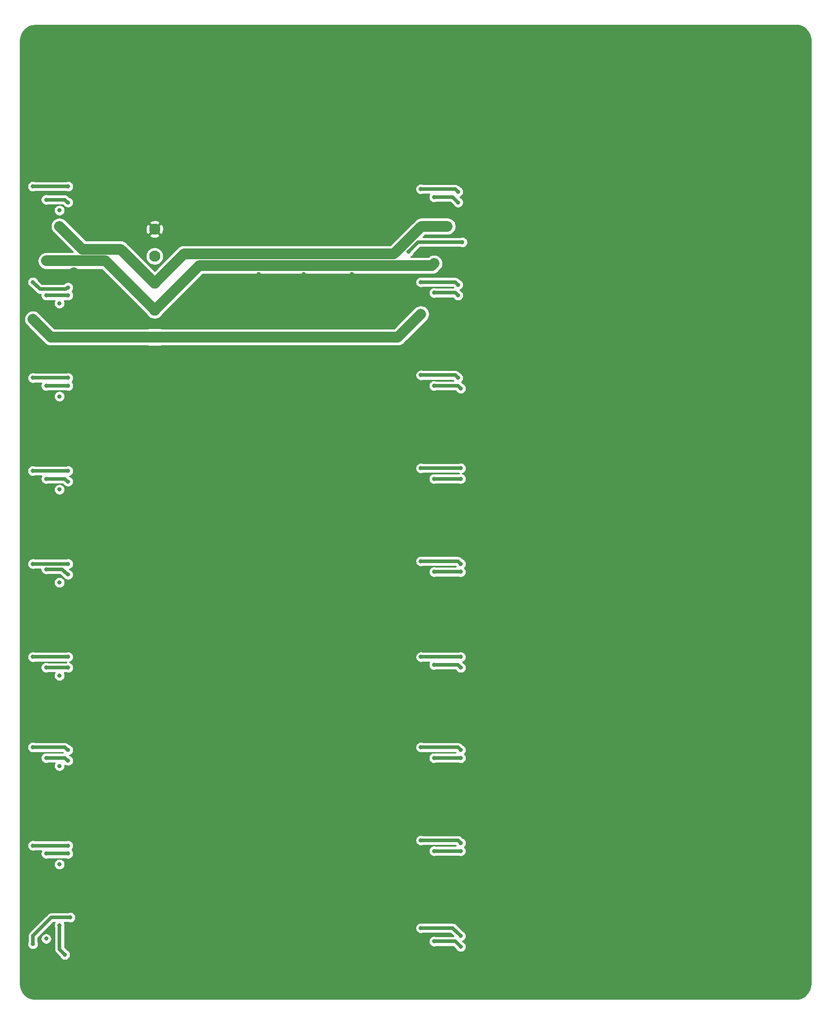
<source format=gbr>
G04 #@! TF.GenerationSoftware,KiCad,Pcbnew,(5.1.8-0-10_14)*
G04 #@! TF.CreationDate,2021-03-11T10:09:50+11:00*
G04 #@! TF.ProjectId,LED Array,4c454420-4172-4726-9179-2e6b69636164,rev?*
G04 #@! TF.SameCoordinates,Original*
G04 #@! TF.FileFunction,Copper,L2,Bot*
G04 #@! TF.FilePolarity,Positive*
%FSLAX46Y46*%
G04 Gerber Fmt 4.6, Leading zero omitted, Abs format (unit mm)*
G04 Created by KiCad (PCBNEW (5.1.8-0-10_14)) date 2021-03-11 10:09:50*
%MOMM*%
%LPD*%
G01*
G04 APERTURE LIST*
G04 #@! TA.AperFunction,ComponentPad*
%ADD10C,2.100000*%
G04 #@! TD*
G04 #@! TA.AperFunction,ComponentPad*
%ADD11R,2.100000X2.100000*%
G04 #@! TD*
G04 #@! TA.AperFunction,ViaPad*
%ADD12C,1.600000*%
G04 #@! TD*
G04 #@! TA.AperFunction,ViaPad*
%ADD13C,0.800000*%
G04 #@! TD*
G04 #@! TA.AperFunction,Conductor*
%ADD14C,0.650000*%
G04 #@! TD*
G04 #@! TA.AperFunction,Conductor*
%ADD15C,2.000000*%
G04 #@! TD*
G04 #@! TA.AperFunction,Conductor*
%ADD16C,0.254000*%
G04 #@! TD*
G04 #@! TA.AperFunction,Conductor*
%ADD17C,0.100000*%
G04 #@! TD*
G04 APERTURE END LIST*
D10*
X159400000Y-86540000D03*
X159400000Y-91620000D03*
X159400000Y-96700000D03*
X159400000Y-101780000D03*
D11*
X159400000Y-106860000D03*
D12*
X136500000Y-103500000D03*
D13*
X136500000Y-78500000D03*
X136500000Y-96500000D03*
X136500000Y-114500000D03*
X136500000Y-132000000D03*
X136500000Y-149500000D03*
X136500000Y-167000000D03*
X136500000Y-184000000D03*
X136500000Y-202500000D03*
X136500000Y-221000000D03*
X143500000Y-216000000D03*
X143100000Y-202500000D03*
X143100000Y-184500000D03*
X143100000Y-167000000D03*
X143100000Y-149500000D03*
X143100000Y-132000000D03*
X143100000Y-114500000D03*
X143100000Y-97500000D03*
X143100000Y-78500000D03*
D12*
X209500000Y-102500000D03*
D13*
X209500000Y-218000000D03*
X217000000Y-219500000D03*
X209500000Y-201500000D03*
X209500000Y-184000000D03*
X209500000Y-167000000D03*
X209500000Y-149000000D03*
X209500000Y-131500000D03*
X209500000Y-114000000D03*
X209500000Y-96500000D03*
X209500000Y-79000000D03*
X216500000Y-79500000D03*
X216500000Y-97000000D03*
X216500000Y-114500000D03*
X217000000Y-131500000D03*
X217000000Y-149500000D03*
X217000000Y-167000000D03*
X217000000Y-184500000D03*
X217000000Y-202000000D03*
D12*
X141500000Y-86000000D03*
D13*
X141500000Y-83000000D03*
X141500000Y-100500000D03*
X141500000Y-118000000D03*
X141500000Y-135500000D03*
X141500000Y-153000000D03*
X141500000Y-170500000D03*
X141500000Y-187500000D03*
X141500000Y-206000000D03*
X141500000Y-217500000D03*
X142500000Y-223000000D03*
D12*
X214500000Y-86000000D03*
X139000000Y-92500000D03*
D13*
X139000000Y-81000000D03*
X139000000Y-99000000D03*
X139000000Y-116000000D03*
X139000000Y-133500000D03*
X139000000Y-150500000D03*
X139000000Y-169000000D03*
X139000000Y-186000000D03*
X139000000Y-204000000D03*
X139000000Y-220000000D03*
X143100000Y-204000000D03*
X143100000Y-186500000D03*
X143100000Y-169000000D03*
X143100000Y-151500000D03*
X143100000Y-134000000D03*
X143100000Y-116000000D03*
X143100000Y-99000000D03*
X143100000Y-81500000D03*
D12*
X212000000Y-93000000D03*
D13*
X212000000Y-220500000D03*
X217000000Y-221500000D03*
X212000000Y-203500000D03*
X212000000Y-186000000D03*
X212000000Y-168500000D03*
X212000000Y-151000000D03*
X212000000Y-133500000D03*
X212000000Y-116000000D03*
X212000000Y-98500000D03*
X212000000Y-80500000D03*
X216500000Y-81500000D03*
X216500000Y-99000000D03*
X217000000Y-116500000D03*
X217000000Y-133500000D03*
X217000000Y-151000000D03*
X217000000Y-169000000D03*
X217000000Y-186000000D03*
X217000000Y-203500000D03*
X166000000Y-99500000D03*
X164500000Y-99500000D03*
X179000000Y-88000000D03*
X187500000Y-88000000D03*
X196500000Y-88000000D03*
X179000000Y-95000000D03*
X187500000Y-95000000D03*
X196500000Y-95000000D03*
D12*
X144200000Y-109300000D03*
X144200000Y-94500000D03*
X144200000Y-127800000D03*
X144400000Y-145400000D03*
X144400000Y-162700000D03*
X144200000Y-180500000D03*
X144000000Y-199200000D03*
X143800000Y-212500000D03*
X153800000Y-214900000D03*
X218200000Y-213700000D03*
X217800000Y-195000000D03*
X217300000Y-178800000D03*
X217500000Y-160900000D03*
X217500000Y-144800000D03*
X217600000Y-125200000D03*
X217500000Y-104700000D03*
X217400000Y-91400000D03*
X217800000Y-72000000D03*
D13*
X207200000Y-90800000D03*
X217300000Y-89000000D03*
D14*
X136500000Y-221000000D02*
X136500000Y-219500000D01*
X136500000Y-219500000D02*
X140000000Y-216000000D01*
X140000000Y-216000000D02*
X143500000Y-216000000D01*
X136500000Y-202500000D02*
X143000000Y-202500000D01*
X143000000Y-202500000D02*
X143100000Y-202500000D01*
X136500000Y-184000000D02*
X142500000Y-184000000D01*
X143000000Y-184500000D02*
X143100000Y-184500000D01*
X142500000Y-184000000D02*
X143000000Y-184500000D01*
X136500000Y-167000000D02*
X143000000Y-167000000D01*
X143000000Y-167000000D02*
X143100000Y-167000000D01*
X136500000Y-149500000D02*
X143000000Y-149500000D01*
X143000000Y-149500000D02*
X143100000Y-149500000D01*
X136500000Y-132000000D02*
X143000000Y-132000000D01*
X143000000Y-132000000D02*
X143100000Y-132000000D01*
X136500000Y-114500000D02*
X143000000Y-114500000D01*
X143000000Y-114500000D02*
X143100000Y-114500000D01*
X137825001Y-97825001D02*
X142674999Y-97825001D01*
X136500000Y-96500000D02*
X137825001Y-97825001D01*
X143000000Y-97500000D02*
X143100000Y-97500000D01*
X142674999Y-97825001D02*
X143000000Y-97500000D01*
X136500000Y-78500000D02*
X143000000Y-78500000D01*
X143000000Y-78500000D02*
X143100000Y-78500000D01*
D15*
X208700001Y-103299999D02*
X209500000Y-102500000D01*
D14*
X209500000Y-218000000D02*
X215500000Y-218000000D01*
X215500000Y-218000000D02*
X217000000Y-219500000D01*
X209500000Y-79000000D02*
X216000000Y-79000000D01*
X216000000Y-79000000D02*
X216500000Y-79500000D01*
X209500000Y-96500000D02*
X216000000Y-96500000D01*
X216000000Y-96500000D02*
X216500000Y-97000000D01*
X209500000Y-114000000D02*
X216000000Y-114000000D01*
X216000000Y-114000000D02*
X216500000Y-114500000D01*
X209500000Y-131500000D02*
X217000000Y-131500000D01*
X209500000Y-149000000D02*
X216500000Y-149000000D01*
X216500000Y-149000000D02*
X217000000Y-149500000D01*
X209500000Y-167000000D02*
X217000000Y-167000000D01*
X209500000Y-184000000D02*
X216500000Y-184000000D01*
X216500000Y-184000000D02*
X217000000Y-184500000D01*
X209500000Y-201500000D02*
X216500000Y-201500000D01*
X216500000Y-201500000D02*
X217000000Y-202000000D01*
D15*
X139860000Y-106860000D02*
X136500000Y-103500000D01*
X159400000Y-106860000D02*
X139860000Y-106860000D01*
X205140000Y-106860000D02*
X209500000Y-102500000D01*
X159400000Y-106860000D02*
X205140000Y-106860000D01*
D14*
X141500000Y-217500000D02*
X141500000Y-222000000D01*
X141500000Y-222000000D02*
X142500000Y-223000000D01*
D15*
X204432009Y-91199989D02*
X209631998Y-86000000D01*
X209631998Y-86000000D02*
X214500000Y-86000000D01*
X159400000Y-96700000D02*
X164900011Y-91199989D01*
X164900011Y-91199989D02*
X204432009Y-91199989D01*
X145799990Y-90299990D02*
X141500000Y-86000000D01*
X152999990Y-90299990D02*
X145799990Y-90299990D01*
X159400000Y-96700000D02*
X152999990Y-90299990D01*
D14*
X139000000Y-204000000D02*
X143000000Y-204000000D01*
X143000000Y-204000000D02*
X143100000Y-204000000D01*
X139000000Y-186000000D02*
X142500000Y-186000000D01*
X143000000Y-186500000D02*
X143100000Y-186500000D01*
X142500000Y-186000000D02*
X143000000Y-186500000D01*
X139000000Y-169000000D02*
X143000000Y-169000000D01*
X143000000Y-169000000D02*
X143100000Y-169000000D01*
X139000000Y-150500000D02*
X142000000Y-150500000D01*
X143000000Y-151500000D02*
X143100000Y-151500000D01*
X142000000Y-150500000D02*
X143000000Y-151500000D01*
X139000000Y-133500000D02*
X142500000Y-133500000D01*
X143000000Y-134000000D02*
X143100000Y-134000000D01*
X142500000Y-133500000D02*
X143000000Y-134000000D01*
X139000000Y-116000000D02*
X143000000Y-116000000D01*
X143000000Y-116000000D02*
X143100000Y-116000000D01*
X139000000Y-99000000D02*
X143000000Y-99000000D01*
X143000000Y-99000000D02*
X143100000Y-99000000D01*
X139000000Y-81000000D02*
X142500000Y-81000000D01*
X143000000Y-81500000D02*
X143100000Y-81500000D01*
X142500000Y-81000000D02*
X143000000Y-81500000D01*
X212000000Y-220500000D02*
X216000000Y-220500000D01*
X216000000Y-220500000D02*
X217000000Y-221500000D01*
X212000000Y-80500000D02*
X215500000Y-80500000D01*
X215500000Y-80500000D02*
X216500000Y-81500000D01*
X212000000Y-98500000D02*
X216000000Y-98500000D01*
X216000000Y-98500000D02*
X216500000Y-99000000D01*
X212000000Y-116000000D02*
X216500000Y-116000000D01*
X216500000Y-116000000D02*
X217000000Y-116500000D01*
X212000000Y-133500000D02*
X217000000Y-133500000D01*
X212000000Y-151000000D02*
X217000000Y-151000000D01*
X212000000Y-168500000D02*
X216500000Y-168500000D01*
X216500000Y-168500000D02*
X217000000Y-169000000D01*
X212000000Y-186000000D02*
X217000000Y-186000000D01*
X212000000Y-203500000D02*
X217000000Y-203500000D01*
D15*
X211600001Y-93399999D02*
X212000000Y-93000000D01*
X167780001Y-93399999D02*
X211600001Y-93399999D01*
X140131370Y-92500000D02*
X139000000Y-92500000D01*
X150119999Y-92499999D02*
X140131370Y-92500000D01*
X159400000Y-101780000D02*
X150119999Y-92499999D01*
X159400000Y-101780000D02*
X167780001Y-93399999D01*
D14*
X207200000Y-90800000D02*
X209000000Y-89000000D01*
X209000000Y-89000000D02*
X217300000Y-89000000D01*
D16*
X280551010Y-48217192D02*
X281081036Y-48377216D01*
X281569879Y-48637140D01*
X281998931Y-48987065D01*
X282351844Y-49413664D01*
X282615173Y-49900681D01*
X282778894Y-50429578D01*
X282840000Y-51010960D01*
X282840001Y-228467711D01*
X282782808Y-229051010D01*
X282622783Y-229581036D01*
X282362860Y-230069880D01*
X282012935Y-230498931D01*
X281586335Y-230851845D01*
X281099320Y-231115173D01*
X280570422Y-231278894D01*
X279989040Y-231340000D01*
X137032279Y-231340000D01*
X136448990Y-231282808D01*
X135918964Y-231122783D01*
X135430120Y-230862860D01*
X135001069Y-230512935D01*
X134648155Y-230086335D01*
X134384827Y-229599320D01*
X134221106Y-229070422D01*
X134160000Y-228489040D01*
X134160000Y-220898061D01*
X135465000Y-220898061D01*
X135465000Y-221101939D01*
X135504774Y-221301898D01*
X135582795Y-221490256D01*
X135696063Y-221659774D01*
X135840226Y-221803937D01*
X136009744Y-221917205D01*
X136198102Y-221995226D01*
X136398061Y-222035000D01*
X136601939Y-222035000D01*
X136801898Y-221995226D01*
X136990256Y-221917205D01*
X137159774Y-221803937D01*
X137303937Y-221659774D01*
X137417205Y-221490256D01*
X137495226Y-221301898D01*
X137535000Y-221101939D01*
X137535000Y-220898061D01*
X137495226Y-220698102D01*
X137460000Y-220613060D01*
X137460000Y-219898061D01*
X137965000Y-219898061D01*
X137965000Y-220101939D01*
X138004774Y-220301898D01*
X138082795Y-220490256D01*
X138196063Y-220659774D01*
X138340226Y-220803937D01*
X138509744Y-220917205D01*
X138698102Y-220995226D01*
X138898061Y-221035000D01*
X139101939Y-221035000D01*
X139301898Y-220995226D01*
X139490256Y-220917205D01*
X139659774Y-220803937D01*
X139803937Y-220659774D01*
X139917205Y-220490256D01*
X139995226Y-220301898D01*
X140035000Y-220101939D01*
X140035000Y-219898061D01*
X139995226Y-219698102D01*
X139917205Y-219509744D01*
X139803937Y-219340226D01*
X139659774Y-219196063D01*
X139490256Y-219082795D01*
X139301898Y-219004774D01*
X139101939Y-218965000D01*
X138898061Y-218965000D01*
X138698102Y-219004774D01*
X138509744Y-219082795D01*
X138340226Y-219196063D01*
X138196063Y-219340226D01*
X138082795Y-219509744D01*
X138004774Y-219698102D01*
X137965000Y-219898061D01*
X137460000Y-219898061D01*
X137460000Y-219897644D01*
X140397645Y-216960000D01*
X140616033Y-216960000D01*
X140582795Y-217009744D01*
X140504774Y-217198102D01*
X140465000Y-217398061D01*
X140465000Y-217601939D01*
X140504774Y-217801898D01*
X140540000Y-217886941D01*
X140540001Y-221952838D01*
X140535356Y-222000000D01*
X140540001Y-222047162D01*
X140553891Y-222188193D01*
X140561165Y-222212171D01*
X140608784Y-222369153D01*
X140697927Y-222535928D01*
X140775825Y-222630846D01*
X140817894Y-222682107D01*
X140854526Y-222712170D01*
X141547569Y-223405214D01*
X141582795Y-223490256D01*
X141696063Y-223659774D01*
X141840226Y-223803937D01*
X142009744Y-223917205D01*
X142198102Y-223995226D01*
X142398061Y-224035000D01*
X142601939Y-224035000D01*
X142801898Y-223995226D01*
X142990256Y-223917205D01*
X143159774Y-223803937D01*
X143303937Y-223659774D01*
X143417205Y-223490256D01*
X143495226Y-223301898D01*
X143535000Y-223101939D01*
X143535000Y-222898061D01*
X143495226Y-222698102D01*
X143417205Y-222509744D01*
X143303937Y-222340226D01*
X143159774Y-222196063D01*
X142990256Y-222082795D01*
X142905214Y-222047569D01*
X142460000Y-221602356D01*
X142460000Y-217898061D01*
X208465000Y-217898061D01*
X208465000Y-218101939D01*
X208504774Y-218301898D01*
X208582795Y-218490256D01*
X208696063Y-218659774D01*
X208840226Y-218803937D01*
X209009744Y-218917205D01*
X209198102Y-218995226D01*
X209398061Y-219035000D01*
X209601939Y-219035000D01*
X209801898Y-218995226D01*
X209886940Y-218960000D01*
X215102356Y-218960000D01*
X215682355Y-219540000D01*
X212386940Y-219540000D01*
X212301898Y-219504774D01*
X212101939Y-219465000D01*
X211898061Y-219465000D01*
X211698102Y-219504774D01*
X211509744Y-219582795D01*
X211340226Y-219696063D01*
X211196063Y-219840226D01*
X211082795Y-220009744D01*
X211004774Y-220198102D01*
X210965000Y-220398061D01*
X210965000Y-220601939D01*
X211004774Y-220801898D01*
X211082795Y-220990256D01*
X211196063Y-221159774D01*
X211340226Y-221303937D01*
X211509744Y-221417205D01*
X211698102Y-221495226D01*
X211898061Y-221535000D01*
X212101939Y-221535000D01*
X212301898Y-221495226D01*
X212386940Y-221460000D01*
X215602356Y-221460000D01*
X216047569Y-221905214D01*
X216082795Y-221990256D01*
X216196063Y-222159774D01*
X216340226Y-222303937D01*
X216509744Y-222417205D01*
X216698102Y-222495226D01*
X216898061Y-222535000D01*
X217101939Y-222535000D01*
X217301898Y-222495226D01*
X217490256Y-222417205D01*
X217659774Y-222303937D01*
X217803937Y-222159774D01*
X217917205Y-221990256D01*
X217995226Y-221801898D01*
X218035000Y-221601939D01*
X218035000Y-221398061D01*
X217995226Y-221198102D01*
X217917205Y-221009744D01*
X217803937Y-220840226D01*
X217659774Y-220696063D01*
X217490256Y-220582795D01*
X217405214Y-220547569D01*
X217337941Y-220480296D01*
X217490256Y-220417205D01*
X217659774Y-220303937D01*
X217803937Y-220159774D01*
X217917205Y-219990256D01*
X217995226Y-219801898D01*
X218035000Y-219601939D01*
X218035000Y-219398061D01*
X217995226Y-219198102D01*
X217917205Y-219009744D01*
X217803937Y-218840226D01*
X217659774Y-218696063D01*
X217490256Y-218582795D01*
X217405214Y-218547569D01*
X216212175Y-217354531D01*
X216182107Y-217317893D01*
X216035928Y-217197927D01*
X215869154Y-217108784D01*
X215688193Y-217053890D01*
X215547162Y-217040000D01*
X215547152Y-217040000D01*
X215500000Y-217035356D01*
X215452848Y-217040000D01*
X209886940Y-217040000D01*
X209801898Y-217004774D01*
X209601939Y-216965000D01*
X209398061Y-216965000D01*
X209198102Y-217004774D01*
X209009744Y-217082795D01*
X208840226Y-217196063D01*
X208696063Y-217340226D01*
X208582795Y-217509744D01*
X208504774Y-217698102D01*
X208465000Y-217898061D01*
X142460000Y-217898061D01*
X142460000Y-217886940D01*
X142495226Y-217801898D01*
X142535000Y-217601939D01*
X142535000Y-217398061D01*
X142495226Y-217198102D01*
X142417205Y-217009744D01*
X142383967Y-216960000D01*
X143113060Y-216960000D01*
X143198102Y-216995226D01*
X143398061Y-217035000D01*
X143601939Y-217035000D01*
X143801898Y-216995226D01*
X143990256Y-216917205D01*
X144159774Y-216803937D01*
X144303937Y-216659774D01*
X144417205Y-216490256D01*
X144495226Y-216301898D01*
X144535000Y-216101939D01*
X144535000Y-215898061D01*
X144495226Y-215698102D01*
X144417205Y-215509744D01*
X144303937Y-215340226D01*
X144159774Y-215196063D01*
X143990256Y-215082795D01*
X143801898Y-215004774D01*
X143601939Y-214965000D01*
X143398061Y-214965000D01*
X143198102Y-215004774D01*
X143113060Y-215040000D01*
X140047151Y-215040000D01*
X139999999Y-215035356D01*
X139952847Y-215040000D01*
X139952838Y-215040000D01*
X139811807Y-215053890D01*
X139630846Y-215108784D01*
X139522163Y-215166876D01*
X139464071Y-215197927D01*
X139366869Y-215277699D01*
X139317893Y-215317893D01*
X139287829Y-215354526D01*
X135854526Y-218787830D01*
X135817894Y-218817893D01*
X135787831Y-218854525D01*
X135787829Y-218854527D01*
X135697927Y-218964072D01*
X135608784Y-219130847D01*
X135588383Y-219198102D01*
X135553892Y-219311806D01*
X135553891Y-219311808D01*
X135535356Y-219500000D01*
X135540001Y-219547162D01*
X135540000Y-220613059D01*
X135504774Y-220698102D01*
X135465000Y-220898061D01*
X134160000Y-220898061D01*
X134160000Y-205898061D01*
X140465000Y-205898061D01*
X140465000Y-206101939D01*
X140504774Y-206301898D01*
X140582795Y-206490256D01*
X140696063Y-206659774D01*
X140840226Y-206803937D01*
X141009744Y-206917205D01*
X141198102Y-206995226D01*
X141398061Y-207035000D01*
X141601939Y-207035000D01*
X141801898Y-206995226D01*
X141990256Y-206917205D01*
X142159774Y-206803937D01*
X142303937Y-206659774D01*
X142417205Y-206490256D01*
X142495226Y-206301898D01*
X142535000Y-206101939D01*
X142535000Y-205898061D01*
X142495226Y-205698102D01*
X142417205Y-205509744D01*
X142303937Y-205340226D01*
X142159774Y-205196063D01*
X141990256Y-205082795D01*
X141801898Y-205004774D01*
X141601939Y-204965000D01*
X141398061Y-204965000D01*
X141198102Y-205004774D01*
X141009744Y-205082795D01*
X140840226Y-205196063D01*
X140696063Y-205340226D01*
X140582795Y-205509744D01*
X140504774Y-205698102D01*
X140465000Y-205898061D01*
X134160000Y-205898061D01*
X134160000Y-202398061D01*
X135465000Y-202398061D01*
X135465000Y-202601939D01*
X135504774Y-202801898D01*
X135582795Y-202990256D01*
X135696063Y-203159774D01*
X135840226Y-203303937D01*
X136009744Y-203417205D01*
X136198102Y-203495226D01*
X136398061Y-203535000D01*
X136601939Y-203535000D01*
X136801898Y-203495226D01*
X136886940Y-203460000D01*
X138116033Y-203460000D01*
X138082795Y-203509744D01*
X138004774Y-203698102D01*
X137965000Y-203898061D01*
X137965000Y-204101939D01*
X138004774Y-204301898D01*
X138082795Y-204490256D01*
X138196063Y-204659774D01*
X138340226Y-204803937D01*
X138509744Y-204917205D01*
X138698102Y-204995226D01*
X138898061Y-205035000D01*
X139101939Y-205035000D01*
X139301898Y-204995226D01*
X139386940Y-204960000D01*
X142713060Y-204960000D01*
X142798102Y-204995226D01*
X142998061Y-205035000D01*
X143201939Y-205035000D01*
X143401898Y-204995226D01*
X143590256Y-204917205D01*
X143759774Y-204803937D01*
X143903937Y-204659774D01*
X144017205Y-204490256D01*
X144095226Y-204301898D01*
X144135000Y-204101939D01*
X144135000Y-203898061D01*
X144095226Y-203698102D01*
X144017205Y-203509744D01*
X143903937Y-203340226D01*
X143813711Y-203250000D01*
X143903937Y-203159774D01*
X144017205Y-202990256D01*
X144095226Y-202801898D01*
X144135000Y-202601939D01*
X144135000Y-202398061D01*
X144095226Y-202198102D01*
X144017205Y-202009744D01*
X143903937Y-201840226D01*
X143759774Y-201696063D01*
X143590256Y-201582795D01*
X143401898Y-201504774D01*
X143201939Y-201465000D01*
X142998061Y-201465000D01*
X142798102Y-201504774D01*
X142713060Y-201540000D01*
X136886940Y-201540000D01*
X136801898Y-201504774D01*
X136601939Y-201465000D01*
X136398061Y-201465000D01*
X136198102Y-201504774D01*
X136009744Y-201582795D01*
X135840226Y-201696063D01*
X135696063Y-201840226D01*
X135582795Y-202009744D01*
X135504774Y-202198102D01*
X135465000Y-202398061D01*
X134160000Y-202398061D01*
X134160000Y-201398061D01*
X208465000Y-201398061D01*
X208465000Y-201601939D01*
X208504774Y-201801898D01*
X208582795Y-201990256D01*
X208696063Y-202159774D01*
X208840226Y-202303937D01*
X209009744Y-202417205D01*
X209198102Y-202495226D01*
X209398061Y-202535000D01*
X209601939Y-202535000D01*
X209801898Y-202495226D01*
X209886940Y-202460000D01*
X216070262Y-202460000D01*
X216082795Y-202490256D01*
X216116033Y-202540000D01*
X212386940Y-202540000D01*
X212301898Y-202504774D01*
X212101939Y-202465000D01*
X211898061Y-202465000D01*
X211698102Y-202504774D01*
X211509744Y-202582795D01*
X211340226Y-202696063D01*
X211196063Y-202840226D01*
X211082795Y-203009744D01*
X211004774Y-203198102D01*
X210965000Y-203398061D01*
X210965000Y-203601939D01*
X211004774Y-203801898D01*
X211082795Y-203990256D01*
X211196063Y-204159774D01*
X211340226Y-204303937D01*
X211509744Y-204417205D01*
X211698102Y-204495226D01*
X211898061Y-204535000D01*
X212101939Y-204535000D01*
X212301898Y-204495226D01*
X212386940Y-204460000D01*
X216613060Y-204460000D01*
X216698102Y-204495226D01*
X216898061Y-204535000D01*
X217101939Y-204535000D01*
X217301898Y-204495226D01*
X217490256Y-204417205D01*
X217659774Y-204303937D01*
X217803937Y-204159774D01*
X217917205Y-203990256D01*
X217995226Y-203801898D01*
X218035000Y-203601939D01*
X218035000Y-203398061D01*
X217995226Y-203198102D01*
X217917205Y-203009744D01*
X217803937Y-202840226D01*
X217713711Y-202750000D01*
X217803937Y-202659774D01*
X217917205Y-202490256D01*
X217995226Y-202301898D01*
X218035000Y-202101939D01*
X218035000Y-201898061D01*
X217995226Y-201698102D01*
X217917205Y-201509744D01*
X217803937Y-201340226D01*
X217659774Y-201196063D01*
X217490256Y-201082795D01*
X217405213Y-201047569D01*
X217212175Y-200854531D01*
X217182107Y-200817893D01*
X217035928Y-200697927D01*
X216869154Y-200608784D01*
X216688193Y-200553890D01*
X216547162Y-200540000D01*
X216547152Y-200540000D01*
X216500000Y-200535356D01*
X216452848Y-200540000D01*
X209886940Y-200540000D01*
X209801898Y-200504774D01*
X209601939Y-200465000D01*
X209398061Y-200465000D01*
X209198102Y-200504774D01*
X209009744Y-200582795D01*
X208840226Y-200696063D01*
X208696063Y-200840226D01*
X208582795Y-201009744D01*
X208504774Y-201198102D01*
X208465000Y-201398061D01*
X134160000Y-201398061D01*
X134160000Y-183898061D01*
X135465000Y-183898061D01*
X135465000Y-184101939D01*
X135504774Y-184301898D01*
X135582795Y-184490256D01*
X135696063Y-184659774D01*
X135840226Y-184803937D01*
X136009744Y-184917205D01*
X136198102Y-184995226D01*
X136398061Y-185035000D01*
X136601939Y-185035000D01*
X136801898Y-184995226D01*
X136886940Y-184960000D01*
X142102356Y-184960000D01*
X142182356Y-185040000D01*
X139386940Y-185040000D01*
X139301898Y-185004774D01*
X139101939Y-184965000D01*
X138898061Y-184965000D01*
X138698102Y-185004774D01*
X138509744Y-185082795D01*
X138340226Y-185196063D01*
X138196063Y-185340226D01*
X138082795Y-185509744D01*
X138004774Y-185698102D01*
X137965000Y-185898061D01*
X137965000Y-186101939D01*
X138004774Y-186301898D01*
X138082795Y-186490256D01*
X138196063Y-186659774D01*
X138340226Y-186803937D01*
X138509744Y-186917205D01*
X138698102Y-186995226D01*
X138898061Y-187035000D01*
X139101939Y-187035000D01*
X139301898Y-186995226D01*
X139386940Y-186960000D01*
X140616033Y-186960000D01*
X140582795Y-187009744D01*
X140504774Y-187198102D01*
X140465000Y-187398061D01*
X140465000Y-187601939D01*
X140504774Y-187801898D01*
X140582795Y-187990256D01*
X140696063Y-188159774D01*
X140840226Y-188303937D01*
X141009744Y-188417205D01*
X141198102Y-188495226D01*
X141398061Y-188535000D01*
X141601939Y-188535000D01*
X141801898Y-188495226D01*
X141990256Y-188417205D01*
X142159774Y-188303937D01*
X142303937Y-188159774D01*
X142417205Y-187990256D01*
X142495226Y-187801898D01*
X142535000Y-187601939D01*
X142535000Y-187398061D01*
X142527935Y-187362542D01*
X142609744Y-187417205D01*
X142798102Y-187495226D01*
X142998061Y-187535000D01*
X143201939Y-187535000D01*
X143401898Y-187495226D01*
X143590256Y-187417205D01*
X143759774Y-187303937D01*
X143903937Y-187159774D01*
X144017205Y-186990256D01*
X144095226Y-186801898D01*
X144135000Y-186601939D01*
X144135000Y-186398061D01*
X144095226Y-186198102D01*
X144017205Y-186009744D01*
X143903937Y-185840226D01*
X143759774Y-185696063D01*
X143590256Y-185582795D01*
X143401898Y-185504774D01*
X143377897Y-185500000D01*
X143401898Y-185495226D01*
X143590256Y-185417205D01*
X143759774Y-185303937D01*
X143903937Y-185159774D01*
X144017205Y-184990256D01*
X144095226Y-184801898D01*
X144135000Y-184601939D01*
X144135000Y-184398061D01*
X144095226Y-184198102D01*
X144017205Y-184009744D01*
X143942582Y-183898061D01*
X208465000Y-183898061D01*
X208465000Y-184101939D01*
X208504774Y-184301898D01*
X208582795Y-184490256D01*
X208696063Y-184659774D01*
X208840226Y-184803937D01*
X209009744Y-184917205D01*
X209198102Y-184995226D01*
X209398061Y-185035000D01*
X209601939Y-185035000D01*
X209801898Y-184995226D01*
X209886940Y-184960000D01*
X216070262Y-184960000D01*
X216082795Y-184990256D01*
X216116033Y-185040000D01*
X212386940Y-185040000D01*
X212301898Y-185004774D01*
X212101939Y-184965000D01*
X211898061Y-184965000D01*
X211698102Y-185004774D01*
X211509744Y-185082795D01*
X211340226Y-185196063D01*
X211196063Y-185340226D01*
X211082795Y-185509744D01*
X211004774Y-185698102D01*
X210965000Y-185898061D01*
X210965000Y-186101939D01*
X211004774Y-186301898D01*
X211082795Y-186490256D01*
X211196063Y-186659774D01*
X211340226Y-186803937D01*
X211509744Y-186917205D01*
X211698102Y-186995226D01*
X211898061Y-187035000D01*
X212101939Y-187035000D01*
X212301898Y-186995226D01*
X212386940Y-186960000D01*
X216613060Y-186960000D01*
X216698102Y-186995226D01*
X216898061Y-187035000D01*
X217101939Y-187035000D01*
X217301898Y-186995226D01*
X217490256Y-186917205D01*
X217659774Y-186803937D01*
X217803937Y-186659774D01*
X217917205Y-186490256D01*
X217995226Y-186301898D01*
X218035000Y-186101939D01*
X218035000Y-185898061D01*
X217995226Y-185698102D01*
X217917205Y-185509744D01*
X217803937Y-185340226D01*
X217713711Y-185250000D01*
X217803937Y-185159774D01*
X217917205Y-184990256D01*
X217995226Y-184801898D01*
X218035000Y-184601939D01*
X218035000Y-184398061D01*
X217995226Y-184198102D01*
X217917205Y-184009744D01*
X217803937Y-183840226D01*
X217659774Y-183696063D01*
X217490256Y-183582795D01*
X217405213Y-183547569D01*
X217212175Y-183354531D01*
X217182107Y-183317893D01*
X217035928Y-183197927D01*
X216869154Y-183108784D01*
X216688193Y-183053890D01*
X216547162Y-183040000D01*
X216547152Y-183040000D01*
X216500000Y-183035356D01*
X216452848Y-183040000D01*
X209886940Y-183040000D01*
X209801898Y-183004774D01*
X209601939Y-182965000D01*
X209398061Y-182965000D01*
X209198102Y-183004774D01*
X209009744Y-183082795D01*
X208840226Y-183196063D01*
X208696063Y-183340226D01*
X208582795Y-183509744D01*
X208504774Y-183698102D01*
X208465000Y-183898061D01*
X143942582Y-183898061D01*
X143903937Y-183840226D01*
X143759774Y-183696063D01*
X143590256Y-183582795D01*
X143401898Y-183504774D01*
X143352615Y-183494971D01*
X143212175Y-183354531D01*
X143182107Y-183317893D01*
X143035928Y-183197927D01*
X142869154Y-183108784D01*
X142688193Y-183053890D01*
X142547162Y-183040000D01*
X142547152Y-183040000D01*
X142500000Y-183035356D01*
X142452848Y-183040000D01*
X136886940Y-183040000D01*
X136801898Y-183004774D01*
X136601939Y-182965000D01*
X136398061Y-182965000D01*
X136198102Y-183004774D01*
X136009744Y-183082795D01*
X135840226Y-183196063D01*
X135696063Y-183340226D01*
X135582795Y-183509744D01*
X135504774Y-183698102D01*
X135465000Y-183898061D01*
X134160000Y-183898061D01*
X134160000Y-166898061D01*
X135465000Y-166898061D01*
X135465000Y-167101939D01*
X135504774Y-167301898D01*
X135582795Y-167490256D01*
X135696063Y-167659774D01*
X135840226Y-167803937D01*
X136009744Y-167917205D01*
X136198102Y-167995226D01*
X136398061Y-168035000D01*
X136601939Y-168035000D01*
X136801898Y-167995226D01*
X136886940Y-167960000D01*
X142713060Y-167960000D01*
X142798102Y-167995226D01*
X142822103Y-168000000D01*
X142798102Y-168004774D01*
X142713060Y-168040000D01*
X139386940Y-168040000D01*
X139301898Y-168004774D01*
X139101939Y-167965000D01*
X138898061Y-167965000D01*
X138698102Y-168004774D01*
X138509744Y-168082795D01*
X138340226Y-168196063D01*
X138196063Y-168340226D01*
X138082795Y-168509744D01*
X138004774Y-168698102D01*
X137965000Y-168898061D01*
X137965000Y-169101939D01*
X138004774Y-169301898D01*
X138082795Y-169490256D01*
X138196063Y-169659774D01*
X138340226Y-169803937D01*
X138509744Y-169917205D01*
X138698102Y-169995226D01*
X138898061Y-170035000D01*
X139101939Y-170035000D01*
X139301898Y-169995226D01*
X139386940Y-169960000D01*
X140616033Y-169960000D01*
X140582795Y-170009744D01*
X140504774Y-170198102D01*
X140465000Y-170398061D01*
X140465000Y-170601939D01*
X140504774Y-170801898D01*
X140582795Y-170990256D01*
X140696063Y-171159774D01*
X140840226Y-171303937D01*
X141009744Y-171417205D01*
X141198102Y-171495226D01*
X141398061Y-171535000D01*
X141601939Y-171535000D01*
X141801898Y-171495226D01*
X141990256Y-171417205D01*
X142159774Y-171303937D01*
X142303937Y-171159774D01*
X142417205Y-170990256D01*
X142495226Y-170801898D01*
X142535000Y-170601939D01*
X142535000Y-170398061D01*
X142495226Y-170198102D01*
X142417205Y-170009744D01*
X142383967Y-169960000D01*
X142713060Y-169960000D01*
X142798102Y-169995226D01*
X142998061Y-170035000D01*
X143201939Y-170035000D01*
X143401898Y-169995226D01*
X143590256Y-169917205D01*
X143759774Y-169803937D01*
X143903937Y-169659774D01*
X144017205Y-169490256D01*
X144095226Y-169301898D01*
X144135000Y-169101939D01*
X144135000Y-168898061D01*
X144095226Y-168698102D01*
X144017205Y-168509744D01*
X143903937Y-168340226D01*
X143759774Y-168196063D01*
X143590256Y-168082795D01*
X143401898Y-168004774D01*
X143377897Y-168000000D01*
X143401898Y-167995226D01*
X143590256Y-167917205D01*
X143759774Y-167803937D01*
X143903937Y-167659774D01*
X144017205Y-167490256D01*
X144095226Y-167301898D01*
X144135000Y-167101939D01*
X144135000Y-166898061D01*
X208465000Y-166898061D01*
X208465000Y-167101939D01*
X208504774Y-167301898D01*
X208582795Y-167490256D01*
X208696063Y-167659774D01*
X208840226Y-167803937D01*
X209009744Y-167917205D01*
X209198102Y-167995226D01*
X209398061Y-168035000D01*
X209601939Y-168035000D01*
X209801898Y-167995226D01*
X209886940Y-167960000D01*
X211116033Y-167960000D01*
X211082795Y-168009744D01*
X211004774Y-168198102D01*
X210965000Y-168398061D01*
X210965000Y-168601939D01*
X211004774Y-168801898D01*
X211082795Y-168990256D01*
X211196063Y-169159774D01*
X211340226Y-169303937D01*
X211509744Y-169417205D01*
X211698102Y-169495226D01*
X211898061Y-169535000D01*
X212101939Y-169535000D01*
X212301898Y-169495226D01*
X212386940Y-169460000D01*
X216070262Y-169460000D01*
X216082795Y-169490256D01*
X216196063Y-169659774D01*
X216340226Y-169803937D01*
X216509744Y-169917205D01*
X216698102Y-169995226D01*
X216898061Y-170035000D01*
X217101939Y-170035000D01*
X217301898Y-169995226D01*
X217490256Y-169917205D01*
X217659774Y-169803937D01*
X217803937Y-169659774D01*
X217917205Y-169490256D01*
X217995226Y-169301898D01*
X218035000Y-169101939D01*
X218035000Y-168898061D01*
X217995226Y-168698102D01*
X217917205Y-168509744D01*
X217803937Y-168340226D01*
X217659774Y-168196063D01*
X217490256Y-168082795D01*
X217405213Y-168047569D01*
X217337941Y-167980297D01*
X217490256Y-167917205D01*
X217659774Y-167803937D01*
X217803937Y-167659774D01*
X217917205Y-167490256D01*
X217995226Y-167301898D01*
X218035000Y-167101939D01*
X218035000Y-166898061D01*
X217995226Y-166698102D01*
X217917205Y-166509744D01*
X217803937Y-166340226D01*
X217659774Y-166196063D01*
X217490256Y-166082795D01*
X217301898Y-166004774D01*
X217101939Y-165965000D01*
X216898061Y-165965000D01*
X216698102Y-166004774D01*
X216613060Y-166040000D01*
X209886940Y-166040000D01*
X209801898Y-166004774D01*
X209601939Y-165965000D01*
X209398061Y-165965000D01*
X209198102Y-166004774D01*
X209009744Y-166082795D01*
X208840226Y-166196063D01*
X208696063Y-166340226D01*
X208582795Y-166509744D01*
X208504774Y-166698102D01*
X208465000Y-166898061D01*
X144135000Y-166898061D01*
X144095226Y-166698102D01*
X144017205Y-166509744D01*
X143903937Y-166340226D01*
X143759774Y-166196063D01*
X143590256Y-166082795D01*
X143401898Y-166004774D01*
X143201939Y-165965000D01*
X142998061Y-165965000D01*
X142798102Y-166004774D01*
X142713060Y-166040000D01*
X136886940Y-166040000D01*
X136801898Y-166004774D01*
X136601939Y-165965000D01*
X136398061Y-165965000D01*
X136198102Y-166004774D01*
X136009744Y-166082795D01*
X135840226Y-166196063D01*
X135696063Y-166340226D01*
X135582795Y-166509744D01*
X135504774Y-166698102D01*
X135465000Y-166898061D01*
X134160000Y-166898061D01*
X134160000Y-152898061D01*
X140465000Y-152898061D01*
X140465000Y-153101939D01*
X140504774Y-153301898D01*
X140582795Y-153490256D01*
X140696063Y-153659774D01*
X140840226Y-153803937D01*
X141009744Y-153917205D01*
X141198102Y-153995226D01*
X141398061Y-154035000D01*
X141601939Y-154035000D01*
X141801898Y-153995226D01*
X141990256Y-153917205D01*
X142159774Y-153803937D01*
X142303937Y-153659774D01*
X142417205Y-153490256D01*
X142495226Y-153301898D01*
X142535000Y-153101939D01*
X142535000Y-152898061D01*
X142495226Y-152698102D01*
X142417205Y-152509744D01*
X142303937Y-152340226D01*
X142159774Y-152196063D01*
X141990256Y-152082795D01*
X141801898Y-152004774D01*
X141601939Y-151965000D01*
X141398061Y-151965000D01*
X141198102Y-152004774D01*
X141009744Y-152082795D01*
X140840226Y-152196063D01*
X140696063Y-152340226D01*
X140582795Y-152509744D01*
X140504774Y-152698102D01*
X140465000Y-152898061D01*
X134160000Y-152898061D01*
X134160000Y-149398061D01*
X135465000Y-149398061D01*
X135465000Y-149601939D01*
X135504774Y-149801898D01*
X135582795Y-149990256D01*
X135696063Y-150159774D01*
X135840226Y-150303937D01*
X136009744Y-150417205D01*
X136198102Y-150495226D01*
X136398061Y-150535000D01*
X136601939Y-150535000D01*
X136801898Y-150495226D01*
X136886940Y-150460000D01*
X137965000Y-150460000D01*
X137965000Y-150601939D01*
X138004774Y-150801898D01*
X138082795Y-150990256D01*
X138196063Y-151159774D01*
X138340226Y-151303937D01*
X138509744Y-151417205D01*
X138698102Y-151495226D01*
X138898061Y-151535000D01*
X139101939Y-151535000D01*
X139301898Y-151495226D01*
X139386940Y-151460000D01*
X141602356Y-151460000D01*
X142283848Y-152141493D01*
X142296063Y-152159774D01*
X142315591Y-152179302D01*
X142317893Y-152182107D01*
X142320698Y-152184409D01*
X142440226Y-152303937D01*
X142609744Y-152417205D01*
X142798102Y-152495226D01*
X142998061Y-152535000D01*
X143201939Y-152535000D01*
X143401898Y-152495226D01*
X143590256Y-152417205D01*
X143759774Y-152303937D01*
X143903937Y-152159774D01*
X144017205Y-151990256D01*
X144095226Y-151801898D01*
X144135000Y-151601939D01*
X144135000Y-151398061D01*
X144095226Y-151198102D01*
X144017205Y-151009744D01*
X143903937Y-150840226D01*
X143759774Y-150696063D01*
X143590256Y-150582795D01*
X143401898Y-150504774D01*
X143377897Y-150500000D01*
X143401898Y-150495226D01*
X143590256Y-150417205D01*
X143759774Y-150303937D01*
X143903937Y-150159774D01*
X144017205Y-149990256D01*
X144095226Y-149801898D01*
X144135000Y-149601939D01*
X144135000Y-149398061D01*
X144095226Y-149198102D01*
X144017205Y-149009744D01*
X143942582Y-148898061D01*
X208465000Y-148898061D01*
X208465000Y-149101939D01*
X208504774Y-149301898D01*
X208582795Y-149490256D01*
X208696063Y-149659774D01*
X208840226Y-149803937D01*
X209009744Y-149917205D01*
X209198102Y-149995226D01*
X209398061Y-150035000D01*
X209601939Y-150035000D01*
X209801898Y-149995226D01*
X209886940Y-149960000D01*
X216070262Y-149960000D01*
X216082795Y-149990256D01*
X216116033Y-150040000D01*
X212386940Y-150040000D01*
X212301898Y-150004774D01*
X212101939Y-149965000D01*
X211898061Y-149965000D01*
X211698102Y-150004774D01*
X211509744Y-150082795D01*
X211340226Y-150196063D01*
X211196063Y-150340226D01*
X211082795Y-150509744D01*
X211004774Y-150698102D01*
X210965000Y-150898061D01*
X210965000Y-151101939D01*
X211004774Y-151301898D01*
X211082795Y-151490256D01*
X211196063Y-151659774D01*
X211340226Y-151803937D01*
X211509744Y-151917205D01*
X211698102Y-151995226D01*
X211898061Y-152035000D01*
X212101939Y-152035000D01*
X212301898Y-151995226D01*
X212386940Y-151960000D01*
X216613060Y-151960000D01*
X216698102Y-151995226D01*
X216898061Y-152035000D01*
X217101939Y-152035000D01*
X217301898Y-151995226D01*
X217490256Y-151917205D01*
X217659774Y-151803937D01*
X217803937Y-151659774D01*
X217917205Y-151490256D01*
X217995226Y-151301898D01*
X218035000Y-151101939D01*
X218035000Y-150898061D01*
X217995226Y-150698102D01*
X217917205Y-150509744D01*
X217803937Y-150340226D01*
X217713711Y-150250000D01*
X217803937Y-150159774D01*
X217917205Y-149990256D01*
X217995226Y-149801898D01*
X218035000Y-149601939D01*
X218035000Y-149398061D01*
X217995226Y-149198102D01*
X217917205Y-149009744D01*
X217803937Y-148840226D01*
X217659774Y-148696063D01*
X217490256Y-148582795D01*
X217405213Y-148547569D01*
X217212175Y-148354531D01*
X217182107Y-148317893D01*
X217035928Y-148197927D01*
X216869154Y-148108784D01*
X216688193Y-148053890D01*
X216547162Y-148040000D01*
X216547152Y-148040000D01*
X216500000Y-148035356D01*
X216452848Y-148040000D01*
X209886940Y-148040000D01*
X209801898Y-148004774D01*
X209601939Y-147965000D01*
X209398061Y-147965000D01*
X209198102Y-148004774D01*
X209009744Y-148082795D01*
X208840226Y-148196063D01*
X208696063Y-148340226D01*
X208582795Y-148509744D01*
X208504774Y-148698102D01*
X208465000Y-148898061D01*
X143942582Y-148898061D01*
X143903937Y-148840226D01*
X143759774Y-148696063D01*
X143590256Y-148582795D01*
X143401898Y-148504774D01*
X143201939Y-148465000D01*
X142998061Y-148465000D01*
X142798102Y-148504774D01*
X142713060Y-148540000D01*
X136886940Y-148540000D01*
X136801898Y-148504774D01*
X136601939Y-148465000D01*
X136398061Y-148465000D01*
X136198102Y-148504774D01*
X136009744Y-148582795D01*
X135840226Y-148696063D01*
X135696063Y-148840226D01*
X135582795Y-149009744D01*
X135504774Y-149198102D01*
X135465000Y-149398061D01*
X134160000Y-149398061D01*
X134160000Y-135398061D01*
X140465000Y-135398061D01*
X140465000Y-135601939D01*
X140504774Y-135801898D01*
X140582795Y-135990256D01*
X140696063Y-136159774D01*
X140840226Y-136303937D01*
X141009744Y-136417205D01*
X141198102Y-136495226D01*
X141398061Y-136535000D01*
X141601939Y-136535000D01*
X141801898Y-136495226D01*
X141990256Y-136417205D01*
X142159774Y-136303937D01*
X142303937Y-136159774D01*
X142417205Y-135990256D01*
X142495226Y-135801898D01*
X142535000Y-135601939D01*
X142535000Y-135398061D01*
X142495226Y-135198102D01*
X142417205Y-135009744D01*
X142303937Y-134840226D01*
X142159774Y-134696063D01*
X141990256Y-134582795D01*
X141801898Y-134504774D01*
X141601939Y-134465000D01*
X141398061Y-134465000D01*
X141198102Y-134504774D01*
X141009744Y-134582795D01*
X140840226Y-134696063D01*
X140696063Y-134840226D01*
X140582795Y-135009744D01*
X140504774Y-135198102D01*
X140465000Y-135398061D01*
X134160000Y-135398061D01*
X134160000Y-131898061D01*
X135465000Y-131898061D01*
X135465000Y-132101939D01*
X135504774Y-132301898D01*
X135582795Y-132490256D01*
X135696063Y-132659774D01*
X135840226Y-132803937D01*
X136009744Y-132917205D01*
X136198102Y-132995226D01*
X136398061Y-133035000D01*
X136601939Y-133035000D01*
X136801898Y-132995226D01*
X136886940Y-132960000D01*
X138116033Y-132960000D01*
X138082795Y-133009744D01*
X138004774Y-133198102D01*
X137965000Y-133398061D01*
X137965000Y-133601939D01*
X138004774Y-133801898D01*
X138082795Y-133990256D01*
X138196063Y-134159774D01*
X138340226Y-134303937D01*
X138509744Y-134417205D01*
X138698102Y-134495226D01*
X138898061Y-134535000D01*
X139101939Y-134535000D01*
X139301898Y-134495226D01*
X139386940Y-134460000D01*
X142102356Y-134460000D01*
X142283846Y-134641490D01*
X142296063Y-134659774D01*
X142315591Y-134679302D01*
X142317893Y-134682107D01*
X142320698Y-134684409D01*
X142440226Y-134803937D01*
X142609744Y-134917205D01*
X142798102Y-134995226D01*
X142998061Y-135035000D01*
X143201939Y-135035000D01*
X143401898Y-134995226D01*
X143590256Y-134917205D01*
X143759774Y-134803937D01*
X143903937Y-134659774D01*
X144017205Y-134490256D01*
X144095226Y-134301898D01*
X144135000Y-134101939D01*
X144135000Y-133898061D01*
X144095226Y-133698102D01*
X144017205Y-133509744D01*
X143903937Y-133340226D01*
X143759774Y-133196063D01*
X143590256Y-133082795D01*
X143401898Y-133004774D01*
X143377897Y-133000000D01*
X143401898Y-132995226D01*
X143590256Y-132917205D01*
X143759774Y-132803937D01*
X143903937Y-132659774D01*
X144017205Y-132490256D01*
X144095226Y-132301898D01*
X144135000Y-132101939D01*
X144135000Y-131898061D01*
X144095226Y-131698102D01*
X144017205Y-131509744D01*
X143942582Y-131398061D01*
X208465000Y-131398061D01*
X208465000Y-131601939D01*
X208504774Y-131801898D01*
X208582795Y-131990256D01*
X208696063Y-132159774D01*
X208840226Y-132303937D01*
X209009744Y-132417205D01*
X209198102Y-132495226D01*
X209398061Y-132535000D01*
X209601939Y-132535000D01*
X209801898Y-132495226D01*
X209886940Y-132460000D01*
X216613060Y-132460000D01*
X216698102Y-132495226D01*
X216722103Y-132500000D01*
X216698102Y-132504774D01*
X216613060Y-132540000D01*
X212386940Y-132540000D01*
X212301898Y-132504774D01*
X212101939Y-132465000D01*
X211898061Y-132465000D01*
X211698102Y-132504774D01*
X211509744Y-132582795D01*
X211340226Y-132696063D01*
X211196063Y-132840226D01*
X211082795Y-133009744D01*
X211004774Y-133198102D01*
X210965000Y-133398061D01*
X210965000Y-133601939D01*
X211004774Y-133801898D01*
X211082795Y-133990256D01*
X211196063Y-134159774D01*
X211340226Y-134303937D01*
X211509744Y-134417205D01*
X211698102Y-134495226D01*
X211898061Y-134535000D01*
X212101939Y-134535000D01*
X212301898Y-134495226D01*
X212386940Y-134460000D01*
X216613060Y-134460000D01*
X216698102Y-134495226D01*
X216898061Y-134535000D01*
X217101939Y-134535000D01*
X217301898Y-134495226D01*
X217490256Y-134417205D01*
X217659774Y-134303937D01*
X217803937Y-134159774D01*
X217917205Y-133990256D01*
X217995226Y-133801898D01*
X218035000Y-133601939D01*
X218035000Y-133398061D01*
X217995226Y-133198102D01*
X217917205Y-133009744D01*
X217803937Y-132840226D01*
X217659774Y-132696063D01*
X217490256Y-132582795D01*
X217301898Y-132504774D01*
X217277897Y-132500000D01*
X217301898Y-132495226D01*
X217490256Y-132417205D01*
X217659774Y-132303937D01*
X217803937Y-132159774D01*
X217917205Y-131990256D01*
X217995226Y-131801898D01*
X218035000Y-131601939D01*
X218035000Y-131398061D01*
X217995226Y-131198102D01*
X217917205Y-131009744D01*
X217803937Y-130840226D01*
X217659774Y-130696063D01*
X217490256Y-130582795D01*
X217301898Y-130504774D01*
X217101939Y-130465000D01*
X216898061Y-130465000D01*
X216698102Y-130504774D01*
X216613060Y-130540000D01*
X209886940Y-130540000D01*
X209801898Y-130504774D01*
X209601939Y-130465000D01*
X209398061Y-130465000D01*
X209198102Y-130504774D01*
X209009744Y-130582795D01*
X208840226Y-130696063D01*
X208696063Y-130840226D01*
X208582795Y-131009744D01*
X208504774Y-131198102D01*
X208465000Y-131398061D01*
X143942582Y-131398061D01*
X143903937Y-131340226D01*
X143759774Y-131196063D01*
X143590256Y-131082795D01*
X143401898Y-131004774D01*
X143201939Y-130965000D01*
X142998061Y-130965000D01*
X142798102Y-131004774D01*
X142713060Y-131040000D01*
X136886940Y-131040000D01*
X136801898Y-131004774D01*
X136601939Y-130965000D01*
X136398061Y-130965000D01*
X136198102Y-131004774D01*
X136009744Y-131082795D01*
X135840226Y-131196063D01*
X135696063Y-131340226D01*
X135582795Y-131509744D01*
X135504774Y-131698102D01*
X135465000Y-131898061D01*
X134160000Y-131898061D01*
X134160000Y-117898061D01*
X140465000Y-117898061D01*
X140465000Y-118101939D01*
X140504774Y-118301898D01*
X140582795Y-118490256D01*
X140696063Y-118659774D01*
X140840226Y-118803937D01*
X141009744Y-118917205D01*
X141198102Y-118995226D01*
X141398061Y-119035000D01*
X141601939Y-119035000D01*
X141801898Y-118995226D01*
X141990256Y-118917205D01*
X142159774Y-118803937D01*
X142303937Y-118659774D01*
X142417205Y-118490256D01*
X142495226Y-118301898D01*
X142535000Y-118101939D01*
X142535000Y-117898061D01*
X142495226Y-117698102D01*
X142417205Y-117509744D01*
X142303937Y-117340226D01*
X142159774Y-117196063D01*
X141990256Y-117082795D01*
X141801898Y-117004774D01*
X141601939Y-116965000D01*
X141398061Y-116965000D01*
X141198102Y-117004774D01*
X141009744Y-117082795D01*
X140840226Y-117196063D01*
X140696063Y-117340226D01*
X140582795Y-117509744D01*
X140504774Y-117698102D01*
X140465000Y-117898061D01*
X134160000Y-117898061D01*
X134160000Y-114398061D01*
X135465000Y-114398061D01*
X135465000Y-114601939D01*
X135504774Y-114801898D01*
X135582795Y-114990256D01*
X135696063Y-115159774D01*
X135840226Y-115303937D01*
X136009744Y-115417205D01*
X136198102Y-115495226D01*
X136398061Y-115535000D01*
X136601939Y-115535000D01*
X136801898Y-115495226D01*
X136886940Y-115460000D01*
X138116033Y-115460000D01*
X138082795Y-115509744D01*
X138004774Y-115698102D01*
X137965000Y-115898061D01*
X137965000Y-116101939D01*
X138004774Y-116301898D01*
X138082795Y-116490256D01*
X138196063Y-116659774D01*
X138340226Y-116803937D01*
X138509744Y-116917205D01*
X138698102Y-116995226D01*
X138898061Y-117035000D01*
X139101939Y-117035000D01*
X139301898Y-116995226D01*
X139386940Y-116960000D01*
X142713060Y-116960000D01*
X142798102Y-116995226D01*
X142998061Y-117035000D01*
X143201939Y-117035000D01*
X143401898Y-116995226D01*
X143590256Y-116917205D01*
X143759774Y-116803937D01*
X143903937Y-116659774D01*
X144017205Y-116490256D01*
X144095226Y-116301898D01*
X144135000Y-116101939D01*
X144135000Y-115898061D01*
X144095226Y-115698102D01*
X144017205Y-115509744D01*
X143903937Y-115340226D01*
X143813711Y-115250000D01*
X143903937Y-115159774D01*
X144017205Y-114990256D01*
X144095226Y-114801898D01*
X144135000Y-114601939D01*
X144135000Y-114398061D01*
X144095226Y-114198102D01*
X144017205Y-114009744D01*
X143942582Y-113898061D01*
X208465000Y-113898061D01*
X208465000Y-114101939D01*
X208504774Y-114301898D01*
X208582795Y-114490256D01*
X208696063Y-114659774D01*
X208840226Y-114803937D01*
X209009744Y-114917205D01*
X209198102Y-114995226D01*
X209398061Y-115035000D01*
X209601939Y-115035000D01*
X209801898Y-114995226D01*
X209886940Y-114960000D01*
X215570262Y-114960000D01*
X215582795Y-114990256D01*
X215616033Y-115040000D01*
X212386940Y-115040000D01*
X212301898Y-115004774D01*
X212101939Y-114965000D01*
X211898061Y-114965000D01*
X211698102Y-115004774D01*
X211509744Y-115082795D01*
X211340226Y-115196063D01*
X211196063Y-115340226D01*
X211082795Y-115509744D01*
X211004774Y-115698102D01*
X210965000Y-115898061D01*
X210965000Y-116101939D01*
X211004774Y-116301898D01*
X211082795Y-116490256D01*
X211196063Y-116659774D01*
X211340226Y-116803937D01*
X211509744Y-116917205D01*
X211698102Y-116995226D01*
X211898061Y-117035000D01*
X212101939Y-117035000D01*
X212301898Y-116995226D01*
X212386940Y-116960000D01*
X216070262Y-116960000D01*
X216082795Y-116990256D01*
X216196063Y-117159774D01*
X216340226Y-117303937D01*
X216509744Y-117417205D01*
X216698102Y-117495226D01*
X216898061Y-117535000D01*
X217101939Y-117535000D01*
X217301898Y-117495226D01*
X217490256Y-117417205D01*
X217659774Y-117303937D01*
X217803937Y-117159774D01*
X217917205Y-116990256D01*
X217995226Y-116801898D01*
X218035000Y-116601939D01*
X218035000Y-116398061D01*
X217995226Y-116198102D01*
X217917205Y-116009744D01*
X217803937Y-115840226D01*
X217659774Y-115696063D01*
X217490256Y-115582795D01*
X217405213Y-115547569D01*
X217212175Y-115354531D01*
X217182107Y-115317893D01*
X217162175Y-115301536D01*
X217303937Y-115159774D01*
X217417205Y-114990256D01*
X217495226Y-114801898D01*
X217535000Y-114601939D01*
X217535000Y-114398061D01*
X217495226Y-114198102D01*
X217417205Y-114009744D01*
X217303937Y-113840226D01*
X217159774Y-113696063D01*
X216990256Y-113582795D01*
X216905213Y-113547569D01*
X216712175Y-113354531D01*
X216682107Y-113317893D01*
X216535928Y-113197927D01*
X216369154Y-113108784D01*
X216188193Y-113053890D01*
X216047162Y-113040000D01*
X216047152Y-113040000D01*
X216000000Y-113035356D01*
X215952848Y-113040000D01*
X209886940Y-113040000D01*
X209801898Y-113004774D01*
X209601939Y-112965000D01*
X209398061Y-112965000D01*
X209198102Y-113004774D01*
X209009744Y-113082795D01*
X208840226Y-113196063D01*
X208696063Y-113340226D01*
X208582795Y-113509744D01*
X208504774Y-113698102D01*
X208465000Y-113898061D01*
X143942582Y-113898061D01*
X143903937Y-113840226D01*
X143759774Y-113696063D01*
X143590256Y-113582795D01*
X143401898Y-113504774D01*
X143201939Y-113465000D01*
X142998061Y-113465000D01*
X142798102Y-113504774D01*
X142713060Y-113540000D01*
X136886940Y-113540000D01*
X136801898Y-113504774D01*
X136601939Y-113465000D01*
X136398061Y-113465000D01*
X136198102Y-113504774D01*
X136009744Y-113582795D01*
X135840226Y-113696063D01*
X135696063Y-113840226D01*
X135582795Y-114009744D01*
X135504774Y-114198102D01*
X135465000Y-114398061D01*
X134160000Y-114398061D01*
X134160000Y-103500000D01*
X134857089Y-103500000D01*
X134888658Y-103820516D01*
X134982148Y-104128714D01*
X135133970Y-104412752D01*
X135287085Y-104599323D01*
X138647084Y-107959324D01*
X138698286Y-108021714D01*
X138947248Y-108226031D01*
X139200103Y-108361185D01*
X139231285Y-108377852D01*
X139539483Y-108471343D01*
X139860000Y-108502911D01*
X139940322Y-108495000D01*
X158097397Y-108495000D01*
X158105820Y-108499502D01*
X158225518Y-108535812D01*
X158350000Y-108548072D01*
X160450000Y-108548072D01*
X160574482Y-108535812D01*
X160694180Y-108499502D01*
X160702603Y-108495000D01*
X205059681Y-108495000D01*
X205140000Y-108502911D01*
X205220319Y-108495000D01*
X205220322Y-108495000D01*
X205460516Y-108471343D01*
X205768715Y-108377852D01*
X206052752Y-108226031D01*
X206301714Y-108021714D01*
X206352925Y-107959313D01*
X210712915Y-103599324D01*
X210866030Y-103412753D01*
X210990585Y-103179727D01*
X211017851Y-103128716D01*
X211111342Y-102820517D01*
X211142911Y-102500001D01*
X211111342Y-102179484D01*
X211017851Y-101871286D01*
X210866030Y-101587248D01*
X210661713Y-101338287D01*
X210412752Y-101133970D01*
X210128714Y-100982149D01*
X209820516Y-100888658D01*
X209499999Y-100857089D01*
X209179483Y-100888658D01*
X208871284Y-100982149D01*
X208729266Y-101058060D01*
X208587247Y-101133970D01*
X208400676Y-101287085D01*
X204462762Y-105225000D01*
X160702603Y-105225000D01*
X160694180Y-105220498D01*
X160574482Y-105184188D01*
X160450000Y-105171928D01*
X158350000Y-105171928D01*
X158225518Y-105184188D01*
X158105820Y-105220498D01*
X158097397Y-105225000D01*
X140537240Y-105225000D01*
X137599323Y-102287085D01*
X137412752Y-102133970D01*
X137128714Y-101982148D01*
X136820516Y-101888658D01*
X136500000Y-101857089D01*
X136179484Y-101888658D01*
X135871286Y-101982148D01*
X135587248Y-102133970D01*
X135338287Y-102338287D01*
X135133970Y-102587248D01*
X134982148Y-102871286D01*
X134888658Y-103179484D01*
X134857089Y-103500000D01*
X134160000Y-103500000D01*
X134160000Y-96398061D01*
X135465000Y-96398061D01*
X135465000Y-96601939D01*
X135504774Y-96801898D01*
X135582795Y-96990256D01*
X135696063Y-97159774D01*
X135840226Y-97303937D01*
X136009744Y-97417205D01*
X136094787Y-97452431D01*
X137112830Y-98470475D01*
X137142894Y-98507108D01*
X137179526Y-98537171D01*
X137289072Y-98627074D01*
X137347164Y-98658125D01*
X137455847Y-98716217D01*
X137636808Y-98771111D01*
X137777839Y-98785001D01*
X137777848Y-98785001D01*
X137825000Y-98789645D01*
X137872152Y-98785001D01*
X137987489Y-98785001D01*
X137965000Y-98898061D01*
X137965000Y-99101939D01*
X138004774Y-99301898D01*
X138082795Y-99490256D01*
X138196063Y-99659774D01*
X138340226Y-99803937D01*
X138509744Y-99917205D01*
X138698102Y-99995226D01*
X138898061Y-100035000D01*
X139101939Y-100035000D01*
X139301898Y-99995226D01*
X139386940Y-99960000D01*
X140616033Y-99960000D01*
X140582795Y-100009744D01*
X140504774Y-100198102D01*
X140465000Y-100398061D01*
X140465000Y-100601939D01*
X140504774Y-100801898D01*
X140582795Y-100990256D01*
X140696063Y-101159774D01*
X140840226Y-101303937D01*
X141009744Y-101417205D01*
X141198102Y-101495226D01*
X141398061Y-101535000D01*
X141601939Y-101535000D01*
X141801898Y-101495226D01*
X141990256Y-101417205D01*
X142159774Y-101303937D01*
X142303937Y-101159774D01*
X142417205Y-100990256D01*
X142495226Y-100801898D01*
X142535000Y-100601939D01*
X142535000Y-100398061D01*
X142495226Y-100198102D01*
X142417205Y-100009744D01*
X142383967Y-99960000D01*
X142713060Y-99960000D01*
X142798102Y-99995226D01*
X142998061Y-100035000D01*
X143201939Y-100035000D01*
X143401898Y-99995226D01*
X143590256Y-99917205D01*
X143759774Y-99803937D01*
X143903937Y-99659774D01*
X144017205Y-99490256D01*
X144095226Y-99301898D01*
X144135000Y-99101939D01*
X144135000Y-98898061D01*
X144095226Y-98698102D01*
X144017205Y-98509744D01*
X143903937Y-98340226D01*
X143813711Y-98250000D01*
X143903937Y-98159774D01*
X144017205Y-97990256D01*
X144095226Y-97801898D01*
X144135000Y-97601939D01*
X144135000Y-97398061D01*
X144095226Y-97198102D01*
X144017205Y-97009744D01*
X143903937Y-96840226D01*
X143759774Y-96696063D01*
X143590256Y-96582795D01*
X143401898Y-96504774D01*
X143201939Y-96465000D01*
X142998061Y-96465000D01*
X142798102Y-96504774D01*
X142609744Y-96582795D01*
X142440226Y-96696063D01*
X142320698Y-96815591D01*
X142317893Y-96817893D01*
X142315591Y-96820698D01*
X142296063Y-96840226D01*
X142283846Y-96858510D01*
X142277355Y-96865001D01*
X138222646Y-96865001D01*
X137452431Y-96094787D01*
X137417205Y-96009744D01*
X137303937Y-95840226D01*
X137159774Y-95696063D01*
X136990256Y-95582795D01*
X136801898Y-95504774D01*
X136601939Y-95465000D01*
X136398061Y-95465000D01*
X136198102Y-95504774D01*
X136009744Y-95582795D01*
X135840226Y-95696063D01*
X135696063Y-95840226D01*
X135582795Y-96009744D01*
X135504774Y-96198102D01*
X135465000Y-96398061D01*
X134160000Y-96398061D01*
X134160000Y-92500000D01*
X137357089Y-92500000D01*
X137388657Y-92820516D01*
X137482148Y-93128715D01*
X137633969Y-93412752D01*
X137838286Y-93661714D01*
X138087248Y-93866031D01*
X138371285Y-94017852D01*
X138679484Y-94111343D01*
X138919678Y-94135000D01*
X140211692Y-94135000D01*
X149442760Y-94134998D01*
X157948785Y-102641024D01*
X158091175Y-102854125D01*
X158325875Y-103088825D01*
X158601853Y-103273228D01*
X158908504Y-103400246D01*
X159234042Y-103465000D01*
X159565958Y-103465000D01*
X159891496Y-103400246D01*
X160198147Y-103273228D01*
X160474125Y-103088825D01*
X160708825Y-102854125D01*
X160851216Y-102641022D01*
X167094177Y-96398061D01*
X208465000Y-96398061D01*
X208465000Y-96601939D01*
X208504774Y-96801898D01*
X208582795Y-96990256D01*
X208696063Y-97159774D01*
X208840226Y-97303937D01*
X209009744Y-97417205D01*
X209198102Y-97495226D01*
X209398061Y-97535000D01*
X209601939Y-97535000D01*
X209801898Y-97495226D01*
X209886940Y-97460000D01*
X215570262Y-97460000D01*
X215582795Y-97490256D01*
X215616033Y-97540000D01*
X212386940Y-97540000D01*
X212301898Y-97504774D01*
X212101939Y-97465000D01*
X211898061Y-97465000D01*
X211698102Y-97504774D01*
X211509744Y-97582795D01*
X211340226Y-97696063D01*
X211196063Y-97840226D01*
X211082795Y-98009744D01*
X211004774Y-98198102D01*
X210965000Y-98398061D01*
X210965000Y-98601939D01*
X211004774Y-98801898D01*
X211082795Y-98990256D01*
X211196063Y-99159774D01*
X211340226Y-99303937D01*
X211509744Y-99417205D01*
X211698102Y-99495226D01*
X211898061Y-99535000D01*
X212101939Y-99535000D01*
X212301898Y-99495226D01*
X212386940Y-99460000D01*
X215570262Y-99460000D01*
X215582795Y-99490256D01*
X215696063Y-99659774D01*
X215840226Y-99803937D01*
X216009744Y-99917205D01*
X216198102Y-99995226D01*
X216398061Y-100035000D01*
X216601939Y-100035000D01*
X216801898Y-99995226D01*
X216990256Y-99917205D01*
X217159774Y-99803937D01*
X217303937Y-99659774D01*
X217417205Y-99490256D01*
X217495226Y-99301898D01*
X217535000Y-99101939D01*
X217535000Y-98898061D01*
X217495226Y-98698102D01*
X217417205Y-98509744D01*
X217303937Y-98340226D01*
X217159774Y-98196063D01*
X216990256Y-98082795D01*
X216905213Y-98047569D01*
X216837941Y-97980297D01*
X216990256Y-97917205D01*
X217159774Y-97803937D01*
X217303937Y-97659774D01*
X217417205Y-97490256D01*
X217495226Y-97301898D01*
X217535000Y-97101939D01*
X217535000Y-96898061D01*
X217495226Y-96698102D01*
X217417205Y-96509744D01*
X217303937Y-96340226D01*
X217159774Y-96196063D01*
X216990256Y-96082795D01*
X216905213Y-96047569D01*
X216712175Y-95854531D01*
X216682107Y-95817893D01*
X216535928Y-95697927D01*
X216369154Y-95608784D01*
X216188193Y-95553890D01*
X216047162Y-95540000D01*
X216047152Y-95540000D01*
X216000000Y-95535356D01*
X215952848Y-95540000D01*
X209886940Y-95540000D01*
X209801898Y-95504774D01*
X209601939Y-95465000D01*
X209398061Y-95465000D01*
X209198102Y-95504774D01*
X209009744Y-95582795D01*
X208840226Y-95696063D01*
X208696063Y-95840226D01*
X208582795Y-96009744D01*
X208504774Y-96198102D01*
X208465000Y-96398061D01*
X167094177Y-96398061D01*
X168457240Y-95034999D01*
X211519682Y-95034999D01*
X211600001Y-95042910D01*
X211680320Y-95034999D01*
X211680323Y-95034999D01*
X211920517Y-95011342D01*
X212228716Y-94917851D01*
X212512753Y-94766030D01*
X212761715Y-94561713D01*
X212812926Y-94499312D01*
X213212915Y-94099323D01*
X213366030Y-93912752D01*
X213517852Y-93628714D01*
X213611342Y-93320517D01*
X213642911Y-93000001D01*
X213611342Y-92679484D01*
X213517852Y-92371286D01*
X213366030Y-92087248D01*
X213161713Y-91838287D01*
X212912752Y-91633970D01*
X212628714Y-91482148D01*
X212320516Y-91388658D01*
X211999999Y-91357089D01*
X211679483Y-91388658D01*
X211371286Y-91482148D01*
X211087248Y-91633970D01*
X210927589Y-91764999D01*
X207574872Y-91764999D01*
X207690256Y-91717205D01*
X207859774Y-91603937D01*
X208003937Y-91459774D01*
X208117205Y-91290256D01*
X208152431Y-91205213D01*
X209397645Y-89960000D01*
X216913060Y-89960000D01*
X216998102Y-89995226D01*
X217198061Y-90035000D01*
X217401939Y-90035000D01*
X217601898Y-89995226D01*
X217790256Y-89917205D01*
X217959774Y-89803937D01*
X218103937Y-89659774D01*
X218217205Y-89490256D01*
X218295226Y-89301898D01*
X218335000Y-89101939D01*
X218335000Y-88898061D01*
X218295226Y-88698102D01*
X218217205Y-88509744D01*
X218103937Y-88340226D01*
X217959774Y-88196063D01*
X217790256Y-88082795D01*
X217601898Y-88004774D01*
X217401939Y-87965000D01*
X217198061Y-87965000D01*
X216998102Y-88004774D01*
X216913060Y-88040000D01*
X209904237Y-88040000D01*
X210309237Y-87635000D01*
X214580322Y-87635000D01*
X214820516Y-87611343D01*
X215128715Y-87517852D01*
X215412752Y-87366031D01*
X215661714Y-87161714D01*
X215866031Y-86912752D01*
X216017852Y-86628715D01*
X216111343Y-86320516D01*
X216142911Y-86000000D01*
X216111343Y-85679484D01*
X216017852Y-85371285D01*
X215866031Y-85087248D01*
X215661714Y-84838286D01*
X215412752Y-84633969D01*
X215128715Y-84482148D01*
X214820516Y-84388657D01*
X214580322Y-84365000D01*
X209712317Y-84365000D01*
X209631998Y-84357089D01*
X209551678Y-84365000D01*
X209551676Y-84365000D01*
X209311482Y-84388657D01*
X209003283Y-84482148D01*
X208719246Y-84633969D01*
X208470284Y-84838286D01*
X208419078Y-84900681D01*
X203754771Y-89564989D01*
X164980330Y-89564989D01*
X164900010Y-89557078D01*
X164819691Y-89564989D01*
X164819689Y-89564989D01*
X164579495Y-89588646D01*
X164271296Y-89682137D01*
X163987259Y-89833958D01*
X163738297Y-90038275D01*
X163687091Y-90100670D01*
X159400000Y-94387761D01*
X156466281Y-91454042D01*
X157715000Y-91454042D01*
X157715000Y-91785958D01*
X157779754Y-92111496D01*
X157906772Y-92418147D01*
X158091175Y-92694125D01*
X158325875Y-92928825D01*
X158601853Y-93113228D01*
X158908504Y-93240246D01*
X159234042Y-93305000D01*
X159565958Y-93305000D01*
X159891496Y-93240246D01*
X160198147Y-93113228D01*
X160474125Y-92928825D01*
X160708825Y-92694125D01*
X160893228Y-92418147D01*
X161020246Y-92111496D01*
X161085000Y-91785958D01*
X161085000Y-91454042D01*
X161020246Y-91128504D01*
X160893228Y-90821853D01*
X160708825Y-90545875D01*
X160474125Y-90311175D01*
X160198147Y-90126772D01*
X159891496Y-89999754D01*
X159565958Y-89935000D01*
X159234042Y-89935000D01*
X158908504Y-89999754D01*
X158601853Y-90126772D01*
X158325875Y-90311175D01*
X158091175Y-90545875D01*
X157906772Y-90821853D01*
X157779754Y-91128504D01*
X157715000Y-91454042D01*
X156466281Y-91454042D01*
X154212915Y-89200677D01*
X154161704Y-89138276D01*
X153912742Y-88933959D01*
X153628705Y-88782138D01*
X153320506Y-88688647D01*
X153080312Y-88664990D01*
X153080309Y-88664990D01*
X152999990Y-88657079D01*
X152919671Y-88664990D01*
X146477229Y-88664990D01*
X145523305Y-87711066D01*
X158408539Y-87711066D01*
X158510339Y-87980579D01*
X158808477Y-88126463D01*
X159129346Y-88211380D01*
X159460617Y-88232066D01*
X159789557Y-88187728D01*
X160103527Y-88080069D01*
X160289661Y-87980579D01*
X160391461Y-87711066D01*
X159400000Y-86719605D01*
X158408539Y-87711066D01*
X145523305Y-87711066D01*
X144412856Y-86600617D01*
X157707934Y-86600617D01*
X157752272Y-86929557D01*
X157859931Y-87243527D01*
X157959421Y-87429661D01*
X158228934Y-87531461D01*
X159220395Y-86540000D01*
X159579605Y-86540000D01*
X160571066Y-87531461D01*
X160840579Y-87429661D01*
X160986463Y-87131523D01*
X161071380Y-86810654D01*
X161092066Y-86479383D01*
X161047728Y-86150443D01*
X160940069Y-85836473D01*
X160840579Y-85650339D01*
X160571066Y-85548539D01*
X159579605Y-86540000D01*
X159220395Y-86540000D01*
X158228934Y-85548539D01*
X157959421Y-85650339D01*
X157813537Y-85948477D01*
X157728620Y-86269346D01*
X157707934Y-86600617D01*
X144412856Y-86600617D01*
X143181173Y-85368934D01*
X158408539Y-85368934D01*
X159400000Y-86360395D01*
X160391461Y-85368934D01*
X160289661Y-85099421D01*
X159991523Y-84953537D01*
X159670654Y-84868620D01*
X159339383Y-84847934D01*
X159010443Y-84892272D01*
X158696473Y-84999931D01*
X158510339Y-85099421D01*
X158408539Y-85368934D01*
X143181173Y-85368934D01*
X142599323Y-84787085D01*
X142412752Y-84633970D01*
X142128714Y-84482148D01*
X141820516Y-84388658D01*
X141500000Y-84357089D01*
X141179484Y-84388658D01*
X140871286Y-84482148D01*
X140587248Y-84633970D01*
X140338287Y-84838287D01*
X140133970Y-85087248D01*
X139982148Y-85371286D01*
X139888658Y-85679484D01*
X139857089Y-86000000D01*
X139888658Y-86320516D01*
X139982148Y-86628714D01*
X140133970Y-86912752D01*
X140287085Y-87099323D01*
X144052761Y-90865000D01*
X140211702Y-90865001D01*
X140211692Y-90865000D01*
X138919678Y-90865000D01*
X138679484Y-90888657D01*
X138371285Y-90982148D01*
X138087248Y-91133969D01*
X137838286Y-91338286D01*
X137633969Y-91587248D01*
X137482148Y-91871285D01*
X137388657Y-92179484D01*
X137357089Y-92500000D01*
X134160000Y-92500000D01*
X134160000Y-82898061D01*
X140465000Y-82898061D01*
X140465000Y-83101939D01*
X140504774Y-83301898D01*
X140582795Y-83490256D01*
X140696063Y-83659774D01*
X140840226Y-83803937D01*
X141009744Y-83917205D01*
X141198102Y-83995226D01*
X141398061Y-84035000D01*
X141601939Y-84035000D01*
X141801898Y-83995226D01*
X141990256Y-83917205D01*
X142159774Y-83803937D01*
X142303937Y-83659774D01*
X142417205Y-83490256D01*
X142495226Y-83301898D01*
X142535000Y-83101939D01*
X142535000Y-82898061D01*
X142495226Y-82698102D01*
X142417205Y-82509744D01*
X142303937Y-82340226D01*
X142159774Y-82196063D01*
X141990256Y-82082795D01*
X141801898Y-82004774D01*
X141601939Y-81965000D01*
X141398061Y-81965000D01*
X141198102Y-82004774D01*
X141009744Y-82082795D01*
X140840226Y-82196063D01*
X140696063Y-82340226D01*
X140582795Y-82509744D01*
X140504774Y-82698102D01*
X140465000Y-82898061D01*
X134160000Y-82898061D01*
X134160000Y-80898061D01*
X137965000Y-80898061D01*
X137965000Y-81101939D01*
X138004774Y-81301898D01*
X138082795Y-81490256D01*
X138196063Y-81659774D01*
X138340226Y-81803937D01*
X138509744Y-81917205D01*
X138698102Y-81995226D01*
X138898061Y-82035000D01*
X139101939Y-82035000D01*
X139301898Y-81995226D01*
X139386940Y-81960000D01*
X142102356Y-81960000D01*
X142283846Y-82141490D01*
X142296063Y-82159774D01*
X142315591Y-82179302D01*
X142317893Y-82182107D01*
X142320698Y-82184409D01*
X142440226Y-82303937D01*
X142609744Y-82417205D01*
X142798102Y-82495226D01*
X142998061Y-82535000D01*
X143201939Y-82535000D01*
X143401898Y-82495226D01*
X143590256Y-82417205D01*
X143759774Y-82303937D01*
X143903937Y-82159774D01*
X144017205Y-81990256D01*
X144095226Y-81801898D01*
X144135000Y-81601939D01*
X144135000Y-81398061D01*
X144095226Y-81198102D01*
X144017205Y-81009744D01*
X143903937Y-80840226D01*
X143759774Y-80696063D01*
X143590256Y-80582795D01*
X143401898Y-80504774D01*
X143352615Y-80494971D01*
X143212175Y-80354531D01*
X143182107Y-80317893D01*
X143035928Y-80197927D01*
X142869154Y-80108784D01*
X142688193Y-80053890D01*
X142547162Y-80040000D01*
X142547152Y-80040000D01*
X142500000Y-80035356D01*
X142452848Y-80040000D01*
X139386940Y-80040000D01*
X139301898Y-80004774D01*
X139101939Y-79965000D01*
X138898061Y-79965000D01*
X138698102Y-80004774D01*
X138509744Y-80082795D01*
X138340226Y-80196063D01*
X138196063Y-80340226D01*
X138082795Y-80509744D01*
X138004774Y-80698102D01*
X137965000Y-80898061D01*
X134160000Y-80898061D01*
X134160000Y-78398061D01*
X135465000Y-78398061D01*
X135465000Y-78601939D01*
X135504774Y-78801898D01*
X135582795Y-78990256D01*
X135696063Y-79159774D01*
X135840226Y-79303937D01*
X136009744Y-79417205D01*
X136198102Y-79495226D01*
X136398061Y-79535000D01*
X136601939Y-79535000D01*
X136801898Y-79495226D01*
X136886940Y-79460000D01*
X142713060Y-79460000D01*
X142798102Y-79495226D01*
X142998061Y-79535000D01*
X143201939Y-79535000D01*
X143401898Y-79495226D01*
X143590256Y-79417205D01*
X143759774Y-79303937D01*
X143903937Y-79159774D01*
X144017205Y-78990256D01*
X144055393Y-78898061D01*
X208465000Y-78898061D01*
X208465000Y-79101939D01*
X208504774Y-79301898D01*
X208582795Y-79490256D01*
X208696063Y-79659774D01*
X208840226Y-79803937D01*
X209009744Y-79917205D01*
X209198102Y-79995226D01*
X209398061Y-80035000D01*
X209601939Y-80035000D01*
X209801898Y-79995226D01*
X209886940Y-79960000D01*
X211116033Y-79960000D01*
X211082795Y-80009744D01*
X211004774Y-80198102D01*
X210965000Y-80398061D01*
X210965000Y-80601939D01*
X211004774Y-80801898D01*
X211082795Y-80990256D01*
X211196063Y-81159774D01*
X211340226Y-81303937D01*
X211509744Y-81417205D01*
X211698102Y-81495226D01*
X211898061Y-81535000D01*
X212101939Y-81535000D01*
X212301898Y-81495226D01*
X212386940Y-81460000D01*
X215102356Y-81460000D01*
X215547569Y-81905214D01*
X215582795Y-81990256D01*
X215696063Y-82159774D01*
X215840226Y-82303937D01*
X216009744Y-82417205D01*
X216198102Y-82495226D01*
X216398061Y-82535000D01*
X216601939Y-82535000D01*
X216801898Y-82495226D01*
X216990256Y-82417205D01*
X217159774Y-82303937D01*
X217303937Y-82159774D01*
X217417205Y-81990256D01*
X217495226Y-81801898D01*
X217535000Y-81601939D01*
X217535000Y-81398061D01*
X217495226Y-81198102D01*
X217417205Y-81009744D01*
X217303937Y-80840226D01*
X217159774Y-80696063D01*
X216990256Y-80582795D01*
X216905214Y-80547569D01*
X216837941Y-80480296D01*
X216990256Y-80417205D01*
X217159774Y-80303937D01*
X217303937Y-80159774D01*
X217417205Y-79990256D01*
X217495226Y-79801898D01*
X217535000Y-79601939D01*
X217535000Y-79398061D01*
X217495226Y-79198102D01*
X217417205Y-79009744D01*
X217303937Y-78840226D01*
X217159774Y-78696063D01*
X216990256Y-78582795D01*
X216905213Y-78547569D01*
X216712175Y-78354531D01*
X216682107Y-78317893D01*
X216535928Y-78197927D01*
X216369154Y-78108784D01*
X216188193Y-78053890D01*
X216047162Y-78040000D01*
X216047152Y-78040000D01*
X216000000Y-78035356D01*
X215952848Y-78040000D01*
X209886940Y-78040000D01*
X209801898Y-78004774D01*
X209601939Y-77965000D01*
X209398061Y-77965000D01*
X209198102Y-78004774D01*
X209009744Y-78082795D01*
X208840226Y-78196063D01*
X208696063Y-78340226D01*
X208582795Y-78509744D01*
X208504774Y-78698102D01*
X208465000Y-78898061D01*
X144055393Y-78898061D01*
X144095226Y-78801898D01*
X144135000Y-78601939D01*
X144135000Y-78398061D01*
X144095226Y-78198102D01*
X144017205Y-78009744D01*
X143903937Y-77840226D01*
X143759774Y-77696063D01*
X143590256Y-77582795D01*
X143401898Y-77504774D01*
X143201939Y-77465000D01*
X142998061Y-77465000D01*
X142798102Y-77504774D01*
X142713060Y-77540000D01*
X136886940Y-77540000D01*
X136801898Y-77504774D01*
X136601939Y-77465000D01*
X136398061Y-77465000D01*
X136198102Y-77504774D01*
X136009744Y-77582795D01*
X135840226Y-77696063D01*
X135696063Y-77840226D01*
X135582795Y-78009744D01*
X135504774Y-78198102D01*
X135465000Y-78398061D01*
X134160000Y-78398061D01*
X134160000Y-51032279D01*
X134217192Y-50448990D01*
X134377216Y-49918964D01*
X134637140Y-49430121D01*
X134987065Y-49001069D01*
X135413664Y-48648156D01*
X135900681Y-48384827D01*
X136429578Y-48221106D01*
X137010960Y-48160000D01*
X279967721Y-48160000D01*
X280551010Y-48217192D01*
G04 #@! TA.AperFunction,Conductor*
D17*
G36*
X280551010Y-48217192D02*
G01*
X281081036Y-48377216D01*
X281569879Y-48637140D01*
X281998931Y-48987065D01*
X282351844Y-49413664D01*
X282615173Y-49900681D01*
X282778894Y-50429578D01*
X282840000Y-51010960D01*
X282840001Y-228467711D01*
X282782808Y-229051010D01*
X282622783Y-229581036D01*
X282362860Y-230069880D01*
X282012935Y-230498931D01*
X281586335Y-230851845D01*
X281099320Y-231115173D01*
X280570422Y-231278894D01*
X279989040Y-231340000D01*
X137032279Y-231340000D01*
X136448990Y-231282808D01*
X135918964Y-231122783D01*
X135430120Y-230862860D01*
X135001069Y-230512935D01*
X134648155Y-230086335D01*
X134384827Y-229599320D01*
X134221106Y-229070422D01*
X134160000Y-228489040D01*
X134160000Y-220898061D01*
X135465000Y-220898061D01*
X135465000Y-221101939D01*
X135504774Y-221301898D01*
X135582795Y-221490256D01*
X135696063Y-221659774D01*
X135840226Y-221803937D01*
X136009744Y-221917205D01*
X136198102Y-221995226D01*
X136398061Y-222035000D01*
X136601939Y-222035000D01*
X136801898Y-221995226D01*
X136990256Y-221917205D01*
X137159774Y-221803937D01*
X137303937Y-221659774D01*
X137417205Y-221490256D01*
X137495226Y-221301898D01*
X137535000Y-221101939D01*
X137535000Y-220898061D01*
X137495226Y-220698102D01*
X137460000Y-220613060D01*
X137460000Y-219898061D01*
X137965000Y-219898061D01*
X137965000Y-220101939D01*
X138004774Y-220301898D01*
X138082795Y-220490256D01*
X138196063Y-220659774D01*
X138340226Y-220803937D01*
X138509744Y-220917205D01*
X138698102Y-220995226D01*
X138898061Y-221035000D01*
X139101939Y-221035000D01*
X139301898Y-220995226D01*
X139490256Y-220917205D01*
X139659774Y-220803937D01*
X139803937Y-220659774D01*
X139917205Y-220490256D01*
X139995226Y-220301898D01*
X140035000Y-220101939D01*
X140035000Y-219898061D01*
X139995226Y-219698102D01*
X139917205Y-219509744D01*
X139803937Y-219340226D01*
X139659774Y-219196063D01*
X139490256Y-219082795D01*
X139301898Y-219004774D01*
X139101939Y-218965000D01*
X138898061Y-218965000D01*
X138698102Y-219004774D01*
X138509744Y-219082795D01*
X138340226Y-219196063D01*
X138196063Y-219340226D01*
X138082795Y-219509744D01*
X138004774Y-219698102D01*
X137965000Y-219898061D01*
X137460000Y-219898061D01*
X137460000Y-219897644D01*
X140397645Y-216960000D01*
X140616033Y-216960000D01*
X140582795Y-217009744D01*
X140504774Y-217198102D01*
X140465000Y-217398061D01*
X140465000Y-217601939D01*
X140504774Y-217801898D01*
X140540000Y-217886941D01*
X140540001Y-221952838D01*
X140535356Y-222000000D01*
X140540001Y-222047162D01*
X140553891Y-222188193D01*
X140561165Y-222212171D01*
X140608784Y-222369153D01*
X140697927Y-222535928D01*
X140775825Y-222630846D01*
X140817894Y-222682107D01*
X140854526Y-222712170D01*
X141547569Y-223405214D01*
X141582795Y-223490256D01*
X141696063Y-223659774D01*
X141840226Y-223803937D01*
X142009744Y-223917205D01*
X142198102Y-223995226D01*
X142398061Y-224035000D01*
X142601939Y-224035000D01*
X142801898Y-223995226D01*
X142990256Y-223917205D01*
X143159774Y-223803937D01*
X143303937Y-223659774D01*
X143417205Y-223490256D01*
X143495226Y-223301898D01*
X143535000Y-223101939D01*
X143535000Y-222898061D01*
X143495226Y-222698102D01*
X143417205Y-222509744D01*
X143303937Y-222340226D01*
X143159774Y-222196063D01*
X142990256Y-222082795D01*
X142905214Y-222047569D01*
X142460000Y-221602356D01*
X142460000Y-217898061D01*
X208465000Y-217898061D01*
X208465000Y-218101939D01*
X208504774Y-218301898D01*
X208582795Y-218490256D01*
X208696063Y-218659774D01*
X208840226Y-218803937D01*
X209009744Y-218917205D01*
X209198102Y-218995226D01*
X209398061Y-219035000D01*
X209601939Y-219035000D01*
X209801898Y-218995226D01*
X209886940Y-218960000D01*
X215102356Y-218960000D01*
X215682355Y-219540000D01*
X212386940Y-219540000D01*
X212301898Y-219504774D01*
X212101939Y-219465000D01*
X211898061Y-219465000D01*
X211698102Y-219504774D01*
X211509744Y-219582795D01*
X211340226Y-219696063D01*
X211196063Y-219840226D01*
X211082795Y-220009744D01*
X211004774Y-220198102D01*
X210965000Y-220398061D01*
X210965000Y-220601939D01*
X211004774Y-220801898D01*
X211082795Y-220990256D01*
X211196063Y-221159774D01*
X211340226Y-221303937D01*
X211509744Y-221417205D01*
X211698102Y-221495226D01*
X211898061Y-221535000D01*
X212101939Y-221535000D01*
X212301898Y-221495226D01*
X212386940Y-221460000D01*
X215602356Y-221460000D01*
X216047569Y-221905214D01*
X216082795Y-221990256D01*
X216196063Y-222159774D01*
X216340226Y-222303937D01*
X216509744Y-222417205D01*
X216698102Y-222495226D01*
X216898061Y-222535000D01*
X217101939Y-222535000D01*
X217301898Y-222495226D01*
X217490256Y-222417205D01*
X217659774Y-222303937D01*
X217803937Y-222159774D01*
X217917205Y-221990256D01*
X217995226Y-221801898D01*
X218035000Y-221601939D01*
X218035000Y-221398061D01*
X217995226Y-221198102D01*
X217917205Y-221009744D01*
X217803937Y-220840226D01*
X217659774Y-220696063D01*
X217490256Y-220582795D01*
X217405214Y-220547569D01*
X217337941Y-220480296D01*
X217490256Y-220417205D01*
X217659774Y-220303937D01*
X217803937Y-220159774D01*
X217917205Y-219990256D01*
X217995226Y-219801898D01*
X218035000Y-219601939D01*
X218035000Y-219398061D01*
X217995226Y-219198102D01*
X217917205Y-219009744D01*
X217803937Y-218840226D01*
X217659774Y-218696063D01*
X217490256Y-218582795D01*
X217405214Y-218547569D01*
X216212175Y-217354531D01*
X216182107Y-217317893D01*
X216035928Y-217197927D01*
X215869154Y-217108784D01*
X215688193Y-217053890D01*
X215547162Y-217040000D01*
X215547152Y-217040000D01*
X215500000Y-217035356D01*
X215452848Y-217040000D01*
X209886940Y-217040000D01*
X209801898Y-217004774D01*
X209601939Y-216965000D01*
X209398061Y-216965000D01*
X209198102Y-217004774D01*
X209009744Y-217082795D01*
X208840226Y-217196063D01*
X208696063Y-217340226D01*
X208582795Y-217509744D01*
X208504774Y-217698102D01*
X208465000Y-217898061D01*
X142460000Y-217898061D01*
X142460000Y-217886940D01*
X142495226Y-217801898D01*
X142535000Y-217601939D01*
X142535000Y-217398061D01*
X142495226Y-217198102D01*
X142417205Y-217009744D01*
X142383967Y-216960000D01*
X143113060Y-216960000D01*
X143198102Y-216995226D01*
X143398061Y-217035000D01*
X143601939Y-217035000D01*
X143801898Y-216995226D01*
X143990256Y-216917205D01*
X144159774Y-216803937D01*
X144303937Y-216659774D01*
X144417205Y-216490256D01*
X144495226Y-216301898D01*
X144535000Y-216101939D01*
X144535000Y-215898061D01*
X144495226Y-215698102D01*
X144417205Y-215509744D01*
X144303937Y-215340226D01*
X144159774Y-215196063D01*
X143990256Y-215082795D01*
X143801898Y-215004774D01*
X143601939Y-214965000D01*
X143398061Y-214965000D01*
X143198102Y-215004774D01*
X143113060Y-215040000D01*
X140047151Y-215040000D01*
X139999999Y-215035356D01*
X139952847Y-215040000D01*
X139952838Y-215040000D01*
X139811807Y-215053890D01*
X139630846Y-215108784D01*
X139522163Y-215166876D01*
X139464071Y-215197927D01*
X139366869Y-215277699D01*
X139317893Y-215317893D01*
X139287829Y-215354526D01*
X135854526Y-218787830D01*
X135817894Y-218817893D01*
X135787831Y-218854525D01*
X135787829Y-218854527D01*
X135697927Y-218964072D01*
X135608784Y-219130847D01*
X135588383Y-219198102D01*
X135553892Y-219311806D01*
X135553891Y-219311808D01*
X135535356Y-219500000D01*
X135540001Y-219547162D01*
X135540000Y-220613059D01*
X135504774Y-220698102D01*
X135465000Y-220898061D01*
X134160000Y-220898061D01*
X134160000Y-205898061D01*
X140465000Y-205898061D01*
X140465000Y-206101939D01*
X140504774Y-206301898D01*
X140582795Y-206490256D01*
X140696063Y-206659774D01*
X140840226Y-206803937D01*
X141009744Y-206917205D01*
X141198102Y-206995226D01*
X141398061Y-207035000D01*
X141601939Y-207035000D01*
X141801898Y-206995226D01*
X141990256Y-206917205D01*
X142159774Y-206803937D01*
X142303937Y-206659774D01*
X142417205Y-206490256D01*
X142495226Y-206301898D01*
X142535000Y-206101939D01*
X142535000Y-205898061D01*
X142495226Y-205698102D01*
X142417205Y-205509744D01*
X142303937Y-205340226D01*
X142159774Y-205196063D01*
X141990256Y-205082795D01*
X141801898Y-205004774D01*
X141601939Y-204965000D01*
X141398061Y-204965000D01*
X141198102Y-205004774D01*
X141009744Y-205082795D01*
X140840226Y-205196063D01*
X140696063Y-205340226D01*
X140582795Y-205509744D01*
X140504774Y-205698102D01*
X140465000Y-205898061D01*
X134160000Y-205898061D01*
X134160000Y-202398061D01*
X135465000Y-202398061D01*
X135465000Y-202601939D01*
X135504774Y-202801898D01*
X135582795Y-202990256D01*
X135696063Y-203159774D01*
X135840226Y-203303937D01*
X136009744Y-203417205D01*
X136198102Y-203495226D01*
X136398061Y-203535000D01*
X136601939Y-203535000D01*
X136801898Y-203495226D01*
X136886940Y-203460000D01*
X138116033Y-203460000D01*
X138082795Y-203509744D01*
X138004774Y-203698102D01*
X137965000Y-203898061D01*
X137965000Y-204101939D01*
X138004774Y-204301898D01*
X138082795Y-204490256D01*
X138196063Y-204659774D01*
X138340226Y-204803937D01*
X138509744Y-204917205D01*
X138698102Y-204995226D01*
X138898061Y-205035000D01*
X139101939Y-205035000D01*
X139301898Y-204995226D01*
X139386940Y-204960000D01*
X142713060Y-204960000D01*
X142798102Y-204995226D01*
X142998061Y-205035000D01*
X143201939Y-205035000D01*
X143401898Y-204995226D01*
X143590256Y-204917205D01*
X143759774Y-204803937D01*
X143903937Y-204659774D01*
X144017205Y-204490256D01*
X144095226Y-204301898D01*
X144135000Y-204101939D01*
X144135000Y-203898061D01*
X144095226Y-203698102D01*
X144017205Y-203509744D01*
X143903937Y-203340226D01*
X143813711Y-203250000D01*
X143903937Y-203159774D01*
X144017205Y-202990256D01*
X144095226Y-202801898D01*
X144135000Y-202601939D01*
X144135000Y-202398061D01*
X144095226Y-202198102D01*
X144017205Y-202009744D01*
X143903937Y-201840226D01*
X143759774Y-201696063D01*
X143590256Y-201582795D01*
X143401898Y-201504774D01*
X143201939Y-201465000D01*
X142998061Y-201465000D01*
X142798102Y-201504774D01*
X142713060Y-201540000D01*
X136886940Y-201540000D01*
X136801898Y-201504774D01*
X136601939Y-201465000D01*
X136398061Y-201465000D01*
X136198102Y-201504774D01*
X136009744Y-201582795D01*
X135840226Y-201696063D01*
X135696063Y-201840226D01*
X135582795Y-202009744D01*
X135504774Y-202198102D01*
X135465000Y-202398061D01*
X134160000Y-202398061D01*
X134160000Y-201398061D01*
X208465000Y-201398061D01*
X208465000Y-201601939D01*
X208504774Y-201801898D01*
X208582795Y-201990256D01*
X208696063Y-202159774D01*
X208840226Y-202303937D01*
X209009744Y-202417205D01*
X209198102Y-202495226D01*
X209398061Y-202535000D01*
X209601939Y-202535000D01*
X209801898Y-202495226D01*
X209886940Y-202460000D01*
X216070262Y-202460000D01*
X216082795Y-202490256D01*
X216116033Y-202540000D01*
X212386940Y-202540000D01*
X212301898Y-202504774D01*
X212101939Y-202465000D01*
X211898061Y-202465000D01*
X211698102Y-202504774D01*
X211509744Y-202582795D01*
X211340226Y-202696063D01*
X211196063Y-202840226D01*
X211082795Y-203009744D01*
X211004774Y-203198102D01*
X210965000Y-203398061D01*
X210965000Y-203601939D01*
X211004774Y-203801898D01*
X211082795Y-203990256D01*
X211196063Y-204159774D01*
X211340226Y-204303937D01*
X211509744Y-204417205D01*
X211698102Y-204495226D01*
X211898061Y-204535000D01*
X212101939Y-204535000D01*
X212301898Y-204495226D01*
X212386940Y-204460000D01*
X216613060Y-204460000D01*
X216698102Y-204495226D01*
X216898061Y-204535000D01*
X217101939Y-204535000D01*
X217301898Y-204495226D01*
X217490256Y-204417205D01*
X217659774Y-204303937D01*
X217803937Y-204159774D01*
X217917205Y-203990256D01*
X217995226Y-203801898D01*
X218035000Y-203601939D01*
X218035000Y-203398061D01*
X217995226Y-203198102D01*
X217917205Y-203009744D01*
X217803937Y-202840226D01*
X217713711Y-202750000D01*
X217803937Y-202659774D01*
X217917205Y-202490256D01*
X217995226Y-202301898D01*
X218035000Y-202101939D01*
X218035000Y-201898061D01*
X217995226Y-201698102D01*
X217917205Y-201509744D01*
X217803937Y-201340226D01*
X217659774Y-201196063D01*
X217490256Y-201082795D01*
X217405213Y-201047569D01*
X217212175Y-200854531D01*
X217182107Y-200817893D01*
X217035928Y-200697927D01*
X216869154Y-200608784D01*
X216688193Y-200553890D01*
X216547162Y-200540000D01*
X216547152Y-200540000D01*
X216500000Y-200535356D01*
X216452848Y-200540000D01*
X209886940Y-200540000D01*
X209801898Y-200504774D01*
X209601939Y-200465000D01*
X209398061Y-200465000D01*
X209198102Y-200504774D01*
X209009744Y-200582795D01*
X208840226Y-200696063D01*
X208696063Y-200840226D01*
X208582795Y-201009744D01*
X208504774Y-201198102D01*
X208465000Y-201398061D01*
X134160000Y-201398061D01*
X134160000Y-183898061D01*
X135465000Y-183898061D01*
X135465000Y-184101939D01*
X135504774Y-184301898D01*
X135582795Y-184490256D01*
X135696063Y-184659774D01*
X135840226Y-184803937D01*
X136009744Y-184917205D01*
X136198102Y-184995226D01*
X136398061Y-185035000D01*
X136601939Y-185035000D01*
X136801898Y-184995226D01*
X136886940Y-184960000D01*
X142102356Y-184960000D01*
X142182356Y-185040000D01*
X139386940Y-185040000D01*
X139301898Y-185004774D01*
X139101939Y-184965000D01*
X138898061Y-184965000D01*
X138698102Y-185004774D01*
X138509744Y-185082795D01*
X138340226Y-185196063D01*
X138196063Y-185340226D01*
X138082795Y-185509744D01*
X138004774Y-185698102D01*
X137965000Y-185898061D01*
X137965000Y-186101939D01*
X138004774Y-186301898D01*
X138082795Y-186490256D01*
X138196063Y-186659774D01*
X138340226Y-186803937D01*
X138509744Y-186917205D01*
X138698102Y-186995226D01*
X138898061Y-187035000D01*
X139101939Y-187035000D01*
X139301898Y-186995226D01*
X139386940Y-186960000D01*
X140616033Y-186960000D01*
X140582795Y-187009744D01*
X140504774Y-187198102D01*
X140465000Y-187398061D01*
X140465000Y-187601939D01*
X140504774Y-187801898D01*
X140582795Y-187990256D01*
X140696063Y-188159774D01*
X140840226Y-188303937D01*
X141009744Y-188417205D01*
X141198102Y-188495226D01*
X141398061Y-188535000D01*
X141601939Y-188535000D01*
X141801898Y-188495226D01*
X141990256Y-188417205D01*
X142159774Y-188303937D01*
X142303937Y-188159774D01*
X142417205Y-187990256D01*
X142495226Y-187801898D01*
X142535000Y-187601939D01*
X142535000Y-187398061D01*
X142527935Y-187362542D01*
X142609744Y-187417205D01*
X142798102Y-187495226D01*
X142998061Y-187535000D01*
X143201939Y-187535000D01*
X143401898Y-187495226D01*
X143590256Y-187417205D01*
X143759774Y-187303937D01*
X143903937Y-187159774D01*
X144017205Y-186990256D01*
X144095226Y-186801898D01*
X144135000Y-186601939D01*
X144135000Y-186398061D01*
X144095226Y-186198102D01*
X144017205Y-186009744D01*
X143903937Y-185840226D01*
X143759774Y-185696063D01*
X143590256Y-185582795D01*
X143401898Y-185504774D01*
X143377897Y-185500000D01*
X143401898Y-185495226D01*
X143590256Y-185417205D01*
X143759774Y-185303937D01*
X143903937Y-185159774D01*
X144017205Y-184990256D01*
X144095226Y-184801898D01*
X144135000Y-184601939D01*
X144135000Y-184398061D01*
X144095226Y-184198102D01*
X144017205Y-184009744D01*
X143942582Y-183898061D01*
X208465000Y-183898061D01*
X208465000Y-184101939D01*
X208504774Y-184301898D01*
X208582795Y-184490256D01*
X208696063Y-184659774D01*
X208840226Y-184803937D01*
X209009744Y-184917205D01*
X209198102Y-184995226D01*
X209398061Y-185035000D01*
X209601939Y-185035000D01*
X209801898Y-184995226D01*
X209886940Y-184960000D01*
X216070262Y-184960000D01*
X216082795Y-184990256D01*
X216116033Y-185040000D01*
X212386940Y-185040000D01*
X212301898Y-185004774D01*
X212101939Y-184965000D01*
X211898061Y-184965000D01*
X211698102Y-185004774D01*
X211509744Y-185082795D01*
X211340226Y-185196063D01*
X211196063Y-185340226D01*
X211082795Y-185509744D01*
X211004774Y-185698102D01*
X210965000Y-185898061D01*
X210965000Y-186101939D01*
X211004774Y-186301898D01*
X211082795Y-186490256D01*
X211196063Y-186659774D01*
X211340226Y-186803937D01*
X211509744Y-186917205D01*
X211698102Y-186995226D01*
X211898061Y-187035000D01*
X212101939Y-187035000D01*
X212301898Y-186995226D01*
X212386940Y-186960000D01*
X216613060Y-186960000D01*
X216698102Y-186995226D01*
X216898061Y-187035000D01*
X217101939Y-187035000D01*
X217301898Y-186995226D01*
X217490256Y-186917205D01*
X217659774Y-186803937D01*
X217803937Y-186659774D01*
X217917205Y-186490256D01*
X217995226Y-186301898D01*
X218035000Y-186101939D01*
X218035000Y-185898061D01*
X217995226Y-185698102D01*
X217917205Y-185509744D01*
X217803937Y-185340226D01*
X217713711Y-185250000D01*
X217803937Y-185159774D01*
X217917205Y-184990256D01*
X217995226Y-184801898D01*
X218035000Y-184601939D01*
X218035000Y-184398061D01*
X217995226Y-184198102D01*
X217917205Y-184009744D01*
X217803937Y-183840226D01*
X217659774Y-183696063D01*
X217490256Y-183582795D01*
X217405213Y-183547569D01*
X217212175Y-183354531D01*
X217182107Y-183317893D01*
X217035928Y-183197927D01*
X216869154Y-183108784D01*
X216688193Y-183053890D01*
X216547162Y-183040000D01*
X216547152Y-183040000D01*
X216500000Y-183035356D01*
X216452848Y-183040000D01*
X209886940Y-183040000D01*
X209801898Y-183004774D01*
X209601939Y-182965000D01*
X209398061Y-182965000D01*
X209198102Y-183004774D01*
X209009744Y-183082795D01*
X208840226Y-183196063D01*
X208696063Y-183340226D01*
X208582795Y-183509744D01*
X208504774Y-183698102D01*
X208465000Y-183898061D01*
X143942582Y-183898061D01*
X143903937Y-183840226D01*
X143759774Y-183696063D01*
X143590256Y-183582795D01*
X143401898Y-183504774D01*
X143352615Y-183494971D01*
X143212175Y-183354531D01*
X143182107Y-183317893D01*
X143035928Y-183197927D01*
X142869154Y-183108784D01*
X142688193Y-183053890D01*
X142547162Y-183040000D01*
X142547152Y-183040000D01*
X142500000Y-183035356D01*
X142452848Y-183040000D01*
X136886940Y-183040000D01*
X136801898Y-183004774D01*
X136601939Y-182965000D01*
X136398061Y-182965000D01*
X136198102Y-183004774D01*
X136009744Y-183082795D01*
X135840226Y-183196063D01*
X135696063Y-183340226D01*
X135582795Y-183509744D01*
X135504774Y-183698102D01*
X135465000Y-183898061D01*
X134160000Y-183898061D01*
X134160000Y-166898061D01*
X135465000Y-166898061D01*
X135465000Y-167101939D01*
X135504774Y-167301898D01*
X135582795Y-167490256D01*
X135696063Y-167659774D01*
X135840226Y-167803937D01*
X136009744Y-167917205D01*
X136198102Y-167995226D01*
X136398061Y-168035000D01*
X136601939Y-168035000D01*
X136801898Y-167995226D01*
X136886940Y-167960000D01*
X142713060Y-167960000D01*
X142798102Y-167995226D01*
X142822103Y-168000000D01*
X142798102Y-168004774D01*
X142713060Y-168040000D01*
X139386940Y-168040000D01*
X139301898Y-168004774D01*
X139101939Y-167965000D01*
X138898061Y-167965000D01*
X138698102Y-168004774D01*
X138509744Y-168082795D01*
X138340226Y-168196063D01*
X138196063Y-168340226D01*
X138082795Y-168509744D01*
X138004774Y-168698102D01*
X137965000Y-168898061D01*
X137965000Y-169101939D01*
X138004774Y-169301898D01*
X138082795Y-169490256D01*
X138196063Y-169659774D01*
X138340226Y-169803937D01*
X138509744Y-169917205D01*
X138698102Y-169995226D01*
X138898061Y-170035000D01*
X139101939Y-170035000D01*
X139301898Y-169995226D01*
X139386940Y-169960000D01*
X140616033Y-169960000D01*
X140582795Y-170009744D01*
X140504774Y-170198102D01*
X140465000Y-170398061D01*
X140465000Y-170601939D01*
X140504774Y-170801898D01*
X140582795Y-170990256D01*
X140696063Y-171159774D01*
X140840226Y-171303937D01*
X141009744Y-171417205D01*
X141198102Y-171495226D01*
X141398061Y-171535000D01*
X141601939Y-171535000D01*
X141801898Y-171495226D01*
X141990256Y-171417205D01*
X142159774Y-171303937D01*
X142303937Y-171159774D01*
X142417205Y-170990256D01*
X142495226Y-170801898D01*
X142535000Y-170601939D01*
X142535000Y-170398061D01*
X142495226Y-170198102D01*
X142417205Y-170009744D01*
X142383967Y-169960000D01*
X142713060Y-169960000D01*
X142798102Y-169995226D01*
X142998061Y-170035000D01*
X143201939Y-170035000D01*
X143401898Y-169995226D01*
X143590256Y-169917205D01*
X143759774Y-169803937D01*
X143903937Y-169659774D01*
X144017205Y-169490256D01*
X144095226Y-169301898D01*
X144135000Y-169101939D01*
X144135000Y-168898061D01*
X144095226Y-168698102D01*
X144017205Y-168509744D01*
X143903937Y-168340226D01*
X143759774Y-168196063D01*
X143590256Y-168082795D01*
X143401898Y-168004774D01*
X143377897Y-168000000D01*
X143401898Y-167995226D01*
X143590256Y-167917205D01*
X143759774Y-167803937D01*
X143903937Y-167659774D01*
X144017205Y-167490256D01*
X144095226Y-167301898D01*
X144135000Y-167101939D01*
X144135000Y-166898061D01*
X208465000Y-166898061D01*
X208465000Y-167101939D01*
X208504774Y-167301898D01*
X208582795Y-167490256D01*
X208696063Y-167659774D01*
X208840226Y-167803937D01*
X209009744Y-167917205D01*
X209198102Y-167995226D01*
X209398061Y-168035000D01*
X209601939Y-168035000D01*
X209801898Y-167995226D01*
X209886940Y-167960000D01*
X211116033Y-167960000D01*
X211082795Y-168009744D01*
X211004774Y-168198102D01*
X210965000Y-168398061D01*
X210965000Y-168601939D01*
X211004774Y-168801898D01*
X211082795Y-168990256D01*
X211196063Y-169159774D01*
X211340226Y-169303937D01*
X211509744Y-169417205D01*
X211698102Y-169495226D01*
X211898061Y-169535000D01*
X212101939Y-169535000D01*
X212301898Y-169495226D01*
X212386940Y-169460000D01*
X216070262Y-169460000D01*
X216082795Y-169490256D01*
X216196063Y-169659774D01*
X216340226Y-169803937D01*
X216509744Y-169917205D01*
X216698102Y-169995226D01*
X216898061Y-170035000D01*
X217101939Y-170035000D01*
X217301898Y-169995226D01*
X217490256Y-169917205D01*
X217659774Y-169803937D01*
X217803937Y-169659774D01*
X217917205Y-169490256D01*
X217995226Y-169301898D01*
X218035000Y-169101939D01*
X218035000Y-168898061D01*
X217995226Y-168698102D01*
X217917205Y-168509744D01*
X217803937Y-168340226D01*
X217659774Y-168196063D01*
X217490256Y-168082795D01*
X217405213Y-168047569D01*
X217337941Y-167980297D01*
X217490256Y-167917205D01*
X217659774Y-167803937D01*
X217803937Y-167659774D01*
X217917205Y-167490256D01*
X217995226Y-167301898D01*
X218035000Y-167101939D01*
X218035000Y-166898061D01*
X217995226Y-166698102D01*
X217917205Y-166509744D01*
X217803937Y-166340226D01*
X217659774Y-166196063D01*
X217490256Y-166082795D01*
X217301898Y-166004774D01*
X217101939Y-165965000D01*
X216898061Y-165965000D01*
X216698102Y-166004774D01*
X216613060Y-166040000D01*
X209886940Y-166040000D01*
X209801898Y-166004774D01*
X209601939Y-165965000D01*
X209398061Y-165965000D01*
X209198102Y-166004774D01*
X209009744Y-166082795D01*
X208840226Y-166196063D01*
X208696063Y-166340226D01*
X208582795Y-166509744D01*
X208504774Y-166698102D01*
X208465000Y-166898061D01*
X144135000Y-166898061D01*
X144095226Y-166698102D01*
X144017205Y-166509744D01*
X143903937Y-166340226D01*
X143759774Y-166196063D01*
X143590256Y-166082795D01*
X143401898Y-166004774D01*
X143201939Y-165965000D01*
X142998061Y-165965000D01*
X142798102Y-166004774D01*
X142713060Y-166040000D01*
X136886940Y-166040000D01*
X136801898Y-166004774D01*
X136601939Y-165965000D01*
X136398061Y-165965000D01*
X136198102Y-166004774D01*
X136009744Y-166082795D01*
X135840226Y-166196063D01*
X135696063Y-166340226D01*
X135582795Y-166509744D01*
X135504774Y-166698102D01*
X135465000Y-166898061D01*
X134160000Y-166898061D01*
X134160000Y-152898061D01*
X140465000Y-152898061D01*
X140465000Y-153101939D01*
X140504774Y-153301898D01*
X140582795Y-153490256D01*
X140696063Y-153659774D01*
X140840226Y-153803937D01*
X141009744Y-153917205D01*
X141198102Y-153995226D01*
X141398061Y-154035000D01*
X141601939Y-154035000D01*
X141801898Y-153995226D01*
X141990256Y-153917205D01*
X142159774Y-153803937D01*
X142303937Y-153659774D01*
X142417205Y-153490256D01*
X142495226Y-153301898D01*
X142535000Y-153101939D01*
X142535000Y-152898061D01*
X142495226Y-152698102D01*
X142417205Y-152509744D01*
X142303937Y-152340226D01*
X142159774Y-152196063D01*
X141990256Y-152082795D01*
X141801898Y-152004774D01*
X141601939Y-151965000D01*
X141398061Y-151965000D01*
X141198102Y-152004774D01*
X141009744Y-152082795D01*
X140840226Y-152196063D01*
X140696063Y-152340226D01*
X140582795Y-152509744D01*
X140504774Y-152698102D01*
X140465000Y-152898061D01*
X134160000Y-152898061D01*
X134160000Y-149398061D01*
X135465000Y-149398061D01*
X135465000Y-149601939D01*
X135504774Y-149801898D01*
X135582795Y-149990256D01*
X135696063Y-150159774D01*
X135840226Y-150303937D01*
X136009744Y-150417205D01*
X136198102Y-150495226D01*
X136398061Y-150535000D01*
X136601939Y-150535000D01*
X136801898Y-150495226D01*
X136886940Y-150460000D01*
X137965000Y-150460000D01*
X137965000Y-150601939D01*
X138004774Y-150801898D01*
X138082795Y-150990256D01*
X138196063Y-151159774D01*
X138340226Y-151303937D01*
X138509744Y-151417205D01*
X138698102Y-151495226D01*
X138898061Y-151535000D01*
X139101939Y-151535000D01*
X139301898Y-151495226D01*
X139386940Y-151460000D01*
X141602356Y-151460000D01*
X142283848Y-152141493D01*
X142296063Y-152159774D01*
X142315591Y-152179302D01*
X142317893Y-152182107D01*
X142320698Y-152184409D01*
X142440226Y-152303937D01*
X142609744Y-152417205D01*
X142798102Y-152495226D01*
X142998061Y-152535000D01*
X143201939Y-152535000D01*
X143401898Y-152495226D01*
X143590256Y-152417205D01*
X143759774Y-152303937D01*
X143903937Y-152159774D01*
X144017205Y-151990256D01*
X144095226Y-151801898D01*
X144135000Y-151601939D01*
X144135000Y-151398061D01*
X144095226Y-151198102D01*
X144017205Y-151009744D01*
X143903937Y-150840226D01*
X143759774Y-150696063D01*
X143590256Y-150582795D01*
X143401898Y-150504774D01*
X143377897Y-150500000D01*
X143401898Y-150495226D01*
X143590256Y-150417205D01*
X143759774Y-150303937D01*
X143903937Y-150159774D01*
X144017205Y-149990256D01*
X144095226Y-149801898D01*
X144135000Y-149601939D01*
X144135000Y-149398061D01*
X144095226Y-149198102D01*
X144017205Y-149009744D01*
X143942582Y-148898061D01*
X208465000Y-148898061D01*
X208465000Y-149101939D01*
X208504774Y-149301898D01*
X208582795Y-149490256D01*
X208696063Y-149659774D01*
X208840226Y-149803937D01*
X209009744Y-149917205D01*
X209198102Y-149995226D01*
X209398061Y-150035000D01*
X209601939Y-150035000D01*
X209801898Y-149995226D01*
X209886940Y-149960000D01*
X216070262Y-149960000D01*
X216082795Y-149990256D01*
X216116033Y-150040000D01*
X212386940Y-150040000D01*
X212301898Y-150004774D01*
X212101939Y-149965000D01*
X211898061Y-149965000D01*
X211698102Y-150004774D01*
X211509744Y-150082795D01*
X211340226Y-150196063D01*
X211196063Y-150340226D01*
X211082795Y-150509744D01*
X211004774Y-150698102D01*
X210965000Y-150898061D01*
X210965000Y-151101939D01*
X211004774Y-151301898D01*
X211082795Y-151490256D01*
X211196063Y-151659774D01*
X211340226Y-151803937D01*
X211509744Y-151917205D01*
X211698102Y-151995226D01*
X211898061Y-152035000D01*
X212101939Y-152035000D01*
X212301898Y-151995226D01*
X212386940Y-151960000D01*
X216613060Y-151960000D01*
X216698102Y-151995226D01*
X216898061Y-152035000D01*
X217101939Y-152035000D01*
X217301898Y-151995226D01*
X217490256Y-151917205D01*
X217659774Y-151803937D01*
X217803937Y-151659774D01*
X217917205Y-151490256D01*
X217995226Y-151301898D01*
X218035000Y-151101939D01*
X218035000Y-150898061D01*
X217995226Y-150698102D01*
X217917205Y-150509744D01*
X217803937Y-150340226D01*
X217713711Y-150250000D01*
X217803937Y-150159774D01*
X217917205Y-149990256D01*
X217995226Y-149801898D01*
X218035000Y-149601939D01*
X218035000Y-149398061D01*
X217995226Y-149198102D01*
X217917205Y-149009744D01*
X217803937Y-148840226D01*
X217659774Y-148696063D01*
X217490256Y-148582795D01*
X217405213Y-148547569D01*
X217212175Y-148354531D01*
X217182107Y-148317893D01*
X217035928Y-148197927D01*
X216869154Y-148108784D01*
X216688193Y-148053890D01*
X216547162Y-148040000D01*
X216547152Y-148040000D01*
X216500000Y-148035356D01*
X216452848Y-148040000D01*
X209886940Y-148040000D01*
X209801898Y-148004774D01*
X209601939Y-147965000D01*
X209398061Y-147965000D01*
X209198102Y-148004774D01*
X209009744Y-148082795D01*
X208840226Y-148196063D01*
X208696063Y-148340226D01*
X208582795Y-148509744D01*
X208504774Y-148698102D01*
X208465000Y-148898061D01*
X143942582Y-148898061D01*
X143903937Y-148840226D01*
X143759774Y-148696063D01*
X143590256Y-148582795D01*
X143401898Y-148504774D01*
X143201939Y-148465000D01*
X142998061Y-148465000D01*
X142798102Y-148504774D01*
X142713060Y-148540000D01*
X136886940Y-148540000D01*
X136801898Y-148504774D01*
X136601939Y-148465000D01*
X136398061Y-148465000D01*
X136198102Y-148504774D01*
X136009744Y-148582795D01*
X135840226Y-148696063D01*
X135696063Y-148840226D01*
X135582795Y-149009744D01*
X135504774Y-149198102D01*
X135465000Y-149398061D01*
X134160000Y-149398061D01*
X134160000Y-135398061D01*
X140465000Y-135398061D01*
X140465000Y-135601939D01*
X140504774Y-135801898D01*
X140582795Y-135990256D01*
X140696063Y-136159774D01*
X140840226Y-136303937D01*
X141009744Y-136417205D01*
X141198102Y-136495226D01*
X141398061Y-136535000D01*
X141601939Y-136535000D01*
X141801898Y-136495226D01*
X141990256Y-136417205D01*
X142159774Y-136303937D01*
X142303937Y-136159774D01*
X142417205Y-135990256D01*
X142495226Y-135801898D01*
X142535000Y-135601939D01*
X142535000Y-135398061D01*
X142495226Y-135198102D01*
X142417205Y-135009744D01*
X142303937Y-134840226D01*
X142159774Y-134696063D01*
X141990256Y-134582795D01*
X141801898Y-134504774D01*
X141601939Y-134465000D01*
X141398061Y-134465000D01*
X141198102Y-134504774D01*
X141009744Y-134582795D01*
X140840226Y-134696063D01*
X140696063Y-134840226D01*
X140582795Y-135009744D01*
X140504774Y-135198102D01*
X140465000Y-135398061D01*
X134160000Y-135398061D01*
X134160000Y-131898061D01*
X135465000Y-131898061D01*
X135465000Y-132101939D01*
X135504774Y-132301898D01*
X135582795Y-132490256D01*
X135696063Y-132659774D01*
X135840226Y-132803937D01*
X136009744Y-132917205D01*
X136198102Y-132995226D01*
X136398061Y-133035000D01*
X136601939Y-133035000D01*
X136801898Y-132995226D01*
X136886940Y-132960000D01*
X138116033Y-132960000D01*
X138082795Y-133009744D01*
X138004774Y-133198102D01*
X137965000Y-133398061D01*
X137965000Y-133601939D01*
X138004774Y-133801898D01*
X138082795Y-133990256D01*
X138196063Y-134159774D01*
X138340226Y-134303937D01*
X138509744Y-134417205D01*
X138698102Y-134495226D01*
X138898061Y-134535000D01*
X139101939Y-134535000D01*
X139301898Y-134495226D01*
X139386940Y-134460000D01*
X142102356Y-134460000D01*
X142283846Y-134641490D01*
X142296063Y-134659774D01*
X142315591Y-134679302D01*
X142317893Y-134682107D01*
X142320698Y-134684409D01*
X142440226Y-134803937D01*
X142609744Y-134917205D01*
X142798102Y-134995226D01*
X142998061Y-135035000D01*
X143201939Y-135035000D01*
X143401898Y-134995226D01*
X143590256Y-134917205D01*
X143759774Y-134803937D01*
X143903937Y-134659774D01*
X144017205Y-134490256D01*
X144095226Y-134301898D01*
X144135000Y-134101939D01*
X144135000Y-133898061D01*
X144095226Y-133698102D01*
X144017205Y-133509744D01*
X143903937Y-133340226D01*
X143759774Y-133196063D01*
X143590256Y-133082795D01*
X143401898Y-133004774D01*
X143377897Y-133000000D01*
X143401898Y-132995226D01*
X143590256Y-132917205D01*
X143759774Y-132803937D01*
X143903937Y-132659774D01*
X144017205Y-132490256D01*
X144095226Y-132301898D01*
X144135000Y-132101939D01*
X144135000Y-131898061D01*
X144095226Y-131698102D01*
X144017205Y-131509744D01*
X143942582Y-131398061D01*
X208465000Y-131398061D01*
X208465000Y-131601939D01*
X208504774Y-131801898D01*
X208582795Y-131990256D01*
X208696063Y-132159774D01*
X208840226Y-132303937D01*
X209009744Y-132417205D01*
X209198102Y-132495226D01*
X209398061Y-132535000D01*
X209601939Y-132535000D01*
X209801898Y-132495226D01*
X209886940Y-132460000D01*
X216613060Y-132460000D01*
X216698102Y-132495226D01*
X216722103Y-132500000D01*
X216698102Y-132504774D01*
X216613060Y-132540000D01*
X212386940Y-132540000D01*
X212301898Y-132504774D01*
X212101939Y-132465000D01*
X211898061Y-132465000D01*
X211698102Y-132504774D01*
X211509744Y-132582795D01*
X211340226Y-132696063D01*
X211196063Y-132840226D01*
X211082795Y-133009744D01*
X211004774Y-133198102D01*
X210965000Y-133398061D01*
X210965000Y-133601939D01*
X211004774Y-133801898D01*
X211082795Y-133990256D01*
X211196063Y-134159774D01*
X211340226Y-134303937D01*
X211509744Y-134417205D01*
X211698102Y-134495226D01*
X211898061Y-134535000D01*
X212101939Y-134535000D01*
X212301898Y-134495226D01*
X212386940Y-134460000D01*
X216613060Y-134460000D01*
X216698102Y-134495226D01*
X216898061Y-134535000D01*
X217101939Y-134535000D01*
X217301898Y-134495226D01*
X217490256Y-134417205D01*
X217659774Y-134303937D01*
X217803937Y-134159774D01*
X217917205Y-133990256D01*
X217995226Y-133801898D01*
X218035000Y-133601939D01*
X218035000Y-133398061D01*
X217995226Y-133198102D01*
X217917205Y-133009744D01*
X217803937Y-132840226D01*
X217659774Y-132696063D01*
X217490256Y-132582795D01*
X217301898Y-132504774D01*
X217277897Y-132500000D01*
X217301898Y-132495226D01*
X217490256Y-132417205D01*
X217659774Y-132303937D01*
X217803937Y-132159774D01*
X217917205Y-131990256D01*
X217995226Y-131801898D01*
X218035000Y-131601939D01*
X218035000Y-131398061D01*
X217995226Y-131198102D01*
X217917205Y-131009744D01*
X217803937Y-130840226D01*
X217659774Y-130696063D01*
X217490256Y-130582795D01*
X217301898Y-130504774D01*
X217101939Y-130465000D01*
X216898061Y-130465000D01*
X216698102Y-130504774D01*
X216613060Y-130540000D01*
X209886940Y-130540000D01*
X209801898Y-130504774D01*
X209601939Y-130465000D01*
X209398061Y-130465000D01*
X209198102Y-130504774D01*
X209009744Y-130582795D01*
X208840226Y-130696063D01*
X208696063Y-130840226D01*
X208582795Y-131009744D01*
X208504774Y-131198102D01*
X208465000Y-131398061D01*
X143942582Y-131398061D01*
X143903937Y-131340226D01*
X143759774Y-131196063D01*
X143590256Y-131082795D01*
X143401898Y-131004774D01*
X143201939Y-130965000D01*
X142998061Y-130965000D01*
X142798102Y-131004774D01*
X142713060Y-131040000D01*
X136886940Y-131040000D01*
X136801898Y-131004774D01*
X136601939Y-130965000D01*
X136398061Y-130965000D01*
X136198102Y-131004774D01*
X136009744Y-131082795D01*
X135840226Y-131196063D01*
X135696063Y-131340226D01*
X135582795Y-131509744D01*
X135504774Y-131698102D01*
X135465000Y-131898061D01*
X134160000Y-131898061D01*
X134160000Y-117898061D01*
X140465000Y-117898061D01*
X140465000Y-118101939D01*
X140504774Y-118301898D01*
X140582795Y-118490256D01*
X140696063Y-118659774D01*
X140840226Y-118803937D01*
X141009744Y-118917205D01*
X141198102Y-118995226D01*
X141398061Y-119035000D01*
X141601939Y-119035000D01*
X141801898Y-118995226D01*
X141990256Y-118917205D01*
X142159774Y-118803937D01*
X142303937Y-118659774D01*
X142417205Y-118490256D01*
X142495226Y-118301898D01*
X142535000Y-118101939D01*
X142535000Y-117898061D01*
X142495226Y-117698102D01*
X142417205Y-117509744D01*
X142303937Y-117340226D01*
X142159774Y-117196063D01*
X141990256Y-117082795D01*
X141801898Y-117004774D01*
X141601939Y-116965000D01*
X141398061Y-116965000D01*
X141198102Y-117004774D01*
X141009744Y-117082795D01*
X140840226Y-117196063D01*
X140696063Y-117340226D01*
X140582795Y-117509744D01*
X140504774Y-117698102D01*
X140465000Y-117898061D01*
X134160000Y-117898061D01*
X134160000Y-114398061D01*
X135465000Y-114398061D01*
X135465000Y-114601939D01*
X135504774Y-114801898D01*
X135582795Y-114990256D01*
X135696063Y-115159774D01*
X135840226Y-115303937D01*
X136009744Y-115417205D01*
X136198102Y-115495226D01*
X136398061Y-115535000D01*
X136601939Y-115535000D01*
X136801898Y-115495226D01*
X136886940Y-115460000D01*
X138116033Y-115460000D01*
X138082795Y-115509744D01*
X138004774Y-115698102D01*
X137965000Y-115898061D01*
X137965000Y-116101939D01*
X138004774Y-116301898D01*
X138082795Y-116490256D01*
X138196063Y-116659774D01*
X138340226Y-116803937D01*
X138509744Y-116917205D01*
X138698102Y-116995226D01*
X138898061Y-117035000D01*
X139101939Y-117035000D01*
X139301898Y-116995226D01*
X139386940Y-116960000D01*
X142713060Y-116960000D01*
X142798102Y-116995226D01*
X142998061Y-117035000D01*
X143201939Y-117035000D01*
X143401898Y-116995226D01*
X143590256Y-116917205D01*
X143759774Y-116803937D01*
X143903937Y-116659774D01*
X144017205Y-116490256D01*
X144095226Y-116301898D01*
X144135000Y-116101939D01*
X144135000Y-115898061D01*
X144095226Y-115698102D01*
X144017205Y-115509744D01*
X143903937Y-115340226D01*
X143813711Y-115250000D01*
X143903937Y-115159774D01*
X144017205Y-114990256D01*
X144095226Y-114801898D01*
X144135000Y-114601939D01*
X144135000Y-114398061D01*
X144095226Y-114198102D01*
X144017205Y-114009744D01*
X143942582Y-113898061D01*
X208465000Y-113898061D01*
X208465000Y-114101939D01*
X208504774Y-114301898D01*
X208582795Y-114490256D01*
X208696063Y-114659774D01*
X208840226Y-114803937D01*
X209009744Y-114917205D01*
X209198102Y-114995226D01*
X209398061Y-115035000D01*
X209601939Y-115035000D01*
X209801898Y-114995226D01*
X209886940Y-114960000D01*
X215570262Y-114960000D01*
X215582795Y-114990256D01*
X215616033Y-115040000D01*
X212386940Y-115040000D01*
X212301898Y-115004774D01*
X212101939Y-114965000D01*
X211898061Y-114965000D01*
X211698102Y-115004774D01*
X211509744Y-115082795D01*
X211340226Y-115196063D01*
X211196063Y-115340226D01*
X211082795Y-115509744D01*
X211004774Y-115698102D01*
X210965000Y-115898061D01*
X210965000Y-116101939D01*
X211004774Y-116301898D01*
X211082795Y-116490256D01*
X211196063Y-116659774D01*
X211340226Y-116803937D01*
X211509744Y-116917205D01*
X211698102Y-116995226D01*
X211898061Y-117035000D01*
X212101939Y-117035000D01*
X212301898Y-116995226D01*
X212386940Y-116960000D01*
X216070262Y-116960000D01*
X216082795Y-116990256D01*
X216196063Y-117159774D01*
X216340226Y-117303937D01*
X216509744Y-117417205D01*
X216698102Y-117495226D01*
X216898061Y-117535000D01*
X217101939Y-117535000D01*
X217301898Y-117495226D01*
X217490256Y-117417205D01*
X217659774Y-117303937D01*
X217803937Y-117159774D01*
X217917205Y-116990256D01*
X217995226Y-116801898D01*
X218035000Y-116601939D01*
X218035000Y-116398061D01*
X217995226Y-116198102D01*
X217917205Y-116009744D01*
X217803937Y-115840226D01*
X217659774Y-115696063D01*
X217490256Y-115582795D01*
X217405213Y-115547569D01*
X217212175Y-115354531D01*
X217182107Y-115317893D01*
X217162175Y-115301536D01*
X217303937Y-115159774D01*
X217417205Y-114990256D01*
X217495226Y-114801898D01*
X217535000Y-114601939D01*
X217535000Y-114398061D01*
X217495226Y-114198102D01*
X217417205Y-114009744D01*
X217303937Y-113840226D01*
X217159774Y-113696063D01*
X216990256Y-113582795D01*
X216905213Y-113547569D01*
X216712175Y-113354531D01*
X216682107Y-113317893D01*
X216535928Y-113197927D01*
X216369154Y-113108784D01*
X216188193Y-113053890D01*
X216047162Y-113040000D01*
X216047152Y-113040000D01*
X216000000Y-113035356D01*
X215952848Y-113040000D01*
X209886940Y-113040000D01*
X209801898Y-113004774D01*
X209601939Y-112965000D01*
X209398061Y-112965000D01*
X209198102Y-113004774D01*
X209009744Y-113082795D01*
X208840226Y-113196063D01*
X208696063Y-113340226D01*
X208582795Y-113509744D01*
X208504774Y-113698102D01*
X208465000Y-113898061D01*
X143942582Y-113898061D01*
X143903937Y-113840226D01*
X143759774Y-113696063D01*
X143590256Y-113582795D01*
X143401898Y-113504774D01*
X143201939Y-113465000D01*
X142998061Y-113465000D01*
X142798102Y-113504774D01*
X142713060Y-113540000D01*
X136886940Y-113540000D01*
X136801898Y-113504774D01*
X136601939Y-113465000D01*
X136398061Y-113465000D01*
X136198102Y-113504774D01*
X136009744Y-113582795D01*
X135840226Y-113696063D01*
X135696063Y-113840226D01*
X135582795Y-114009744D01*
X135504774Y-114198102D01*
X135465000Y-114398061D01*
X134160000Y-114398061D01*
X134160000Y-103500000D01*
X134857089Y-103500000D01*
X134888658Y-103820516D01*
X134982148Y-104128714D01*
X135133970Y-104412752D01*
X135287085Y-104599323D01*
X138647084Y-107959324D01*
X138698286Y-108021714D01*
X138947248Y-108226031D01*
X139200103Y-108361185D01*
X139231285Y-108377852D01*
X139539483Y-108471343D01*
X139860000Y-108502911D01*
X139940322Y-108495000D01*
X158097397Y-108495000D01*
X158105820Y-108499502D01*
X158225518Y-108535812D01*
X158350000Y-108548072D01*
X160450000Y-108548072D01*
X160574482Y-108535812D01*
X160694180Y-108499502D01*
X160702603Y-108495000D01*
X205059681Y-108495000D01*
X205140000Y-108502911D01*
X205220319Y-108495000D01*
X205220322Y-108495000D01*
X205460516Y-108471343D01*
X205768715Y-108377852D01*
X206052752Y-108226031D01*
X206301714Y-108021714D01*
X206352925Y-107959313D01*
X210712915Y-103599324D01*
X210866030Y-103412753D01*
X210990585Y-103179727D01*
X211017851Y-103128716D01*
X211111342Y-102820517D01*
X211142911Y-102500001D01*
X211111342Y-102179484D01*
X211017851Y-101871286D01*
X210866030Y-101587248D01*
X210661713Y-101338287D01*
X210412752Y-101133970D01*
X210128714Y-100982149D01*
X209820516Y-100888658D01*
X209499999Y-100857089D01*
X209179483Y-100888658D01*
X208871284Y-100982149D01*
X208729266Y-101058060D01*
X208587247Y-101133970D01*
X208400676Y-101287085D01*
X204462762Y-105225000D01*
X160702603Y-105225000D01*
X160694180Y-105220498D01*
X160574482Y-105184188D01*
X160450000Y-105171928D01*
X158350000Y-105171928D01*
X158225518Y-105184188D01*
X158105820Y-105220498D01*
X158097397Y-105225000D01*
X140537240Y-105225000D01*
X137599323Y-102287085D01*
X137412752Y-102133970D01*
X137128714Y-101982148D01*
X136820516Y-101888658D01*
X136500000Y-101857089D01*
X136179484Y-101888658D01*
X135871286Y-101982148D01*
X135587248Y-102133970D01*
X135338287Y-102338287D01*
X135133970Y-102587248D01*
X134982148Y-102871286D01*
X134888658Y-103179484D01*
X134857089Y-103500000D01*
X134160000Y-103500000D01*
X134160000Y-96398061D01*
X135465000Y-96398061D01*
X135465000Y-96601939D01*
X135504774Y-96801898D01*
X135582795Y-96990256D01*
X135696063Y-97159774D01*
X135840226Y-97303937D01*
X136009744Y-97417205D01*
X136094787Y-97452431D01*
X137112830Y-98470475D01*
X137142894Y-98507108D01*
X137179526Y-98537171D01*
X137289072Y-98627074D01*
X137347164Y-98658125D01*
X137455847Y-98716217D01*
X137636808Y-98771111D01*
X137777839Y-98785001D01*
X137777848Y-98785001D01*
X137825000Y-98789645D01*
X137872152Y-98785001D01*
X137987489Y-98785001D01*
X137965000Y-98898061D01*
X137965000Y-99101939D01*
X138004774Y-99301898D01*
X138082795Y-99490256D01*
X138196063Y-99659774D01*
X138340226Y-99803937D01*
X138509744Y-99917205D01*
X138698102Y-99995226D01*
X138898061Y-100035000D01*
X139101939Y-100035000D01*
X139301898Y-99995226D01*
X139386940Y-99960000D01*
X140616033Y-99960000D01*
X140582795Y-100009744D01*
X140504774Y-100198102D01*
X140465000Y-100398061D01*
X140465000Y-100601939D01*
X140504774Y-100801898D01*
X140582795Y-100990256D01*
X140696063Y-101159774D01*
X140840226Y-101303937D01*
X141009744Y-101417205D01*
X141198102Y-101495226D01*
X141398061Y-101535000D01*
X141601939Y-101535000D01*
X141801898Y-101495226D01*
X141990256Y-101417205D01*
X142159774Y-101303937D01*
X142303937Y-101159774D01*
X142417205Y-100990256D01*
X142495226Y-100801898D01*
X142535000Y-100601939D01*
X142535000Y-100398061D01*
X142495226Y-100198102D01*
X142417205Y-100009744D01*
X142383967Y-99960000D01*
X142713060Y-99960000D01*
X142798102Y-99995226D01*
X142998061Y-100035000D01*
X143201939Y-100035000D01*
X143401898Y-99995226D01*
X143590256Y-99917205D01*
X143759774Y-99803937D01*
X143903937Y-99659774D01*
X144017205Y-99490256D01*
X144095226Y-99301898D01*
X144135000Y-99101939D01*
X144135000Y-98898061D01*
X144095226Y-98698102D01*
X144017205Y-98509744D01*
X143903937Y-98340226D01*
X143813711Y-98250000D01*
X143903937Y-98159774D01*
X144017205Y-97990256D01*
X144095226Y-97801898D01*
X144135000Y-97601939D01*
X144135000Y-97398061D01*
X144095226Y-97198102D01*
X144017205Y-97009744D01*
X143903937Y-96840226D01*
X143759774Y-96696063D01*
X143590256Y-96582795D01*
X143401898Y-96504774D01*
X143201939Y-96465000D01*
X142998061Y-96465000D01*
X142798102Y-96504774D01*
X142609744Y-96582795D01*
X142440226Y-96696063D01*
X142320698Y-96815591D01*
X142317893Y-96817893D01*
X142315591Y-96820698D01*
X142296063Y-96840226D01*
X142283846Y-96858510D01*
X142277355Y-96865001D01*
X138222646Y-96865001D01*
X137452431Y-96094787D01*
X137417205Y-96009744D01*
X137303937Y-95840226D01*
X137159774Y-95696063D01*
X136990256Y-95582795D01*
X136801898Y-95504774D01*
X136601939Y-95465000D01*
X136398061Y-95465000D01*
X136198102Y-95504774D01*
X136009744Y-95582795D01*
X135840226Y-95696063D01*
X135696063Y-95840226D01*
X135582795Y-96009744D01*
X135504774Y-96198102D01*
X135465000Y-96398061D01*
X134160000Y-96398061D01*
X134160000Y-92500000D01*
X137357089Y-92500000D01*
X137388657Y-92820516D01*
X137482148Y-93128715D01*
X137633969Y-93412752D01*
X137838286Y-93661714D01*
X138087248Y-93866031D01*
X138371285Y-94017852D01*
X138679484Y-94111343D01*
X138919678Y-94135000D01*
X140211692Y-94135000D01*
X149442760Y-94134998D01*
X157948785Y-102641024D01*
X158091175Y-102854125D01*
X158325875Y-103088825D01*
X158601853Y-103273228D01*
X158908504Y-103400246D01*
X159234042Y-103465000D01*
X159565958Y-103465000D01*
X159891496Y-103400246D01*
X160198147Y-103273228D01*
X160474125Y-103088825D01*
X160708825Y-102854125D01*
X160851216Y-102641022D01*
X167094177Y-96398061D01*
X208465000Y-96398061D01*
X208465000Y-96601939D01*
X208504774Y-96801898D01*
X208582795Y-96990256D01*
X208696063Y-97159774D01*
X208840226Y-97303937D01*
X209009744Y-97417205D01*
X209198102Y-97495226D01*
X209398061Y-97535000D01*
X209601939Y-97535000D01*
X209801898Y-97495226D01*
X209886940Y-97460000D01*
X215570262Y-97460000D01*
X215582795Y-97490256D01*
X215616033Y-97540000D01*
X212386940Y-97540000D01*
X212301898Y-97504774D01*
X212101939Y-97465000D01*
X211898061Y-97465000D01*
X211698102Y-97504774D01*
X211509744Y-97582795D01*
X211340226Y-97696063D01*
X211196063Y-97840226D01*
X211082795Y-98009744D01*
X211004774Y-98198102D01*
X210965000Y-98398061D01*
X210965000Y-98601939D01*
X211004774Y-98801898D01*
X211082795Y-98990256D01*
X211196063Y-99159774D01*
X211340226Y-99303937D01*
X211509744Y-99417205D01*
X211698102Y-99495226D01*
X211898061Y-99535000D01*
X212101939Y-99535000D01*
X212301898Y-99495226D01*
X212386940Y-99460000D01*
X215570262Y-99460000D01*
X215582795Y-99490256D01*
X215696063Y-99659774D01*
X215840226Y-99803937D01*
X216009744Y-99917205D01*
X216198102Y-99995226D01*
X216398061Y-100035000D01*
X216601939Y-100035000D01*
X216801898Y-99995226D01*
X216990256Y-99917205D01*
X217159774Y-99803937D01*
X217303937Y-99659774D01*
X217417205Y-99490256D01*
X217495226Y-99301898D01*
X217535000Y-99101939D01*
X217535000Y-98898061D01*
X217495226Y-98698102D01*
X217417205Y-98509744D01*
X217303937Y-98340226D01*
X217159774Y-98196063D01*
X216990256Y-98082795D01*
X216905213Y-98047569D01*
X216837941Y-97980297D01*
X216990256Y-97917205D01*
X217159774Y-97803937D01*
X217303937Y-97659774D01*
X217417205Y-97490256D01*
X217495226Y-97301898D01*
X217535000Y-97101939D01*
X217535000Y-96898061D01*
X217495226Y-96698102D01*
X217417205Y-96509744D01*
X217303937Y-96340226D01*
X217159774Y-96196063D01*
X216990256Y-96082795D01*
X216905213Y-96047569D01*
X216712175Y-95854531D01*
X216682107Y-95817893D01*
X216535928Y-95697927D01*
X216369154Y-95608784D01*
X216188193Y-95553890D01*
X216047162Y-95540000D01*
X216047152Y-95540000D01*
X216000000Y-95535356D01*
X215952848Y-95540000D01*
X209886940Y-95540000D01*
X209801898Y-95504774D01*
X209601939Y-95465000D01*
X209398061Y-95465000D01*
X209198102Y-95504774D01*
X209009744Y-95582795D01*
X208840226Y-95696063D01*
X208696063Y-95840226D01*
X208582795Y-96009744D01*
X208504774Y-96198102D01*
X208465000Y-96398061D01*
X167094177Y-96398061D01*
X168457240Y-95034999D01*
X211519682Y-95034999D01*
X211600001Y-95042910D01*
X211680320Y-95034999D01*
X211680323Y-95034999D01*
X211920517Y-95011342D01*
X212228716Y-94917851D01*
X212512753Y-94766030D01*
X212761715Y-94561713D01*
X212812926Y-94499312D01*
X213212915Y-94099323D01*
X213366030Y-93912752D01*
X213517852Y-93628714D01*
X213611342Y-93320517D01*
X213642911Y-93000001D01*
X213611342Y-92679484D01*
X213517852Y-92371286D01*
X213366030Y-92087248D01*
X213161713Y-91838287D01*
X212912752Y-91633970D01*
X212628714Y-91482148D01*
X212320516Y-91388658D01*
X211999999Y-91357089D01*
X211679483Y-91388658D01*
X211371286Y-91482148D01*
X211087248Y-91633970D01*
X210927589Y-91764999D01*
X207574872Y-91764999D01*
X207690256Y-91717205D01*
X207859774Y-91603937D01*
X208003937Y-91459774D01*
X208117205Y-91290256D01*
X208152431Y-91205213D01*
X209397645Y-89960000D01*
X216913060Y-89960000D01*
X216998102Y-89995226D01*
X217198061Y-90035000D01*
X217401939Y-90035000D01*
X217601898Y-89995226D01*
X217790256Y-89917205D01*
X217959774Y-89803937D01*
X218103937Y-89659774D01*
X218217205Y-89490256D01*
X218295226Y-89301898D01*
X218335000Y-89101939D01*
X218335000Y-88898061D01*
X218295226Y-88698102D01*
X218217205Y-88509744D01*
X218103937Y-88340226D01*
X217959774Y-88196063D01*
X217790256Y-88082795D01*
X217601898Y-88004774D01*
X217401939Y-87965000D01*
X217198061Y-87965000D01*
X216998102Y-88004774D01*
X216913060Y-88040000D01*
X209904237Y-88040000D01*
X210309237Y-87635000D01*
X214580322Y-87635000D01*
X214820516Y-87611343D01*
X215128715Y-87517852D01*
X215412752Y-87366031D01*
X215661714Y-87161714D01*
X215866031Y-86912752D01*
X216017852Y-86628715D01*
X216111343Y-86320516D01*
X216142911Y-86000000D01*
X216111343Y-85679484D01*
X216017852Y-85371285D01*
X215866031Y-85087248D01*
X215661714Y-84838286D01*
X215412752Y-84633969D01*
X215128715Y-84482148D01*
X214820516Y-84388657D01*
X214580322Y-84365000D01*
X209712317Y-84365000D01*
X209631998Y-84357089D01*
X209551678Y-84365000D01*
X209551676Y-84365000D01*
X209311482Y-84388657D01*
X209003283Y-84482148D01*
X208719246Y-84633969D01*
X208470284Y-84838286D01*
X208419078Y-84900681D01*
X203754771Y-89564989D01*
X164980330Y-89564989D01*
X164900010Y-89557078D01*
X164819691Y-89564989D01*
X164819689Y-89564989D01*
X164579495Y-89588646D01*
X164271296Y-89682137D01*
X163987259Y-89833958D01*
X163738297Y-90038275D01*
X163687091Y-90100670D01*
X159400000Y-94387761D01*
X156466281Y-91454042D01*
X157715000Y-91454042D01*
X157715000Y-91785958D01*
X157779754Y-92111496D01*
X157906772Y-92418147D01*
X158091175Y-92694125D01*
X158325875Y-92928825D01*
X158601853Y-93113228D01*
X158908504Y-93240246D01*
X159234042Y-93305000D01*
X159565958Y-93305000D01*
X159891496Y-93240246D01*
X160198147Y-93113228D01*
X160474125Y-92928825D01*
X160708825Y-92694125D01*
X160893228Y-92418147D01*
X161020246Y-92111496D01*
X161085000Y-91785958D01*
X161085000Y-91454042D01*
X161020246Y-91128504D01*
X160893228Y-90821853D01*
X160708825Y-90545875D01*
X160474125Y-90311175D01*
X160198147Y-90126772D01*
X159891496Y-89999754D01*
X159565958Y-89935000D01*
X159234042Y-89935000D01*
X158908504Y-89999754D01*
X158601853Y-90126772D01*
X158325875Y-90311175D01*
X158091175Y-90545875D01*
X157906772Y-90821853D01*
X157779754Y-91128504D01*
X157715000Y-91454042D01*
X156466281Y-91454042D01*
X154212915Y-89200677D01*
X154161704Y-89138276D01*
X153912742Y-88933959D01*
X153628705Y-88782138D01*
X153320506Y-88688647D01*
X153080312Y-88664990D01*
X153080309Y-88664990D01*
X152999990Y-88657079D01*
X152919671Y-88664990D01*
X146477229Y-88664990D01*
X145523305Y-87711066D01*
X158408539Y-87711066D01*
X158510339Y-87980579D01*
X158808477Y-88126463D01*
X159129346Y-88211380D01*
X159460617Y-88232066D01*
X159789557Y-88187728D01*
X160103527Y-88080069D01*
X160289661Y-87980579D01*
X160391461Y-87711066D01*
X159400000Y-86719605D01*
X158408539Y-87711066D01*
X145523305Y-87711066D01*
X144412856Y-86600617D01*
X157707934Y-86600617D01*
X157752272Y-86929557D01*
X157859931Y-87243527D01*
X157959421Y-87429661D01*
X158228934Y-87531461D01*
X159220395Y-86540000D01*
X159579605Y-86540000D01*
X160571066Y-87531461D01*
X160840579Y-87429661D01*
X160986463Y-87131523D01*
X161071380Y-86810654D01*
X161092066Y-86479383D01*
X161047728Y-86150443D01*
X160940069Y-85836473D01*
X160840579Y-85650339D01*
X160571066Y-85548539D01*
X159579605Y-86540000D01*
X159220395Y-86540000D01*
X158228934Y-85548539D01*
X157959421Y-85650339D01*
X157813537Y-85948477D01*
X157728620Y-86269346D01*
X157707934Y-86600617D01*
X144412856Y-86600617D01*
X143181173Y-85368934D01*
X158408539Y-85368934D01*
X159400000Y-86360395D01*
X160391461Y-85368934D01*
X160289661Y-85099421D01*
X159991523Y-84953537D01*
X159670654Y-84868620D01*
X159339383Y-84847934D01*
X159010443Y-84892272D01*
X158696473Y-84999931D01*
X158510339Y-85099421D01*
X158408539Y-85368934D01*
X143181173Y-85368934D01*
X142599323Y-84787085D01*
X142412752Y-84633970D01*
X142128714Y-84482148D01*
X141820516Y-84388658D01*
X141500000Y-84357089D01*
X141179484Y-84388658D01*
X140871286Y-84482148D01*
X140587248Y-84633970D01*
X140338287Y-84838287D01*
X140133970Y-85087248D01*
X139982148Y-85371286D01*
X139888658Y-85679484D01*
X139857089Y-86000000D01*
X139888658Y-86320516D01*
X139982148Y-86628714D01*
X140133970Y-86912752D01*
X140287085Y-87099323D01*
X144052761Y-90865000D01*
X140211702Y-90865001D01*
X140211692Y-90865000D01*
X138919678Y-90865000D01*
X138679484Y-90888657D01*
X138371285Y-90982148D01*
X138087248Y-91133969D01*
X137838286Y-91338286D01*
X137633969Y-91587248D01*
X137482148Y-91871285D01*
X137388657Y-92179484D01*
X137357089Y-92500000D01*
X134160000Y-92500000D01*
X134160000Y-82898061D01*
X140465000Y-82898061D01*
X140465000Y-83101939D01*
X140504774Y-83301898D01*
X140582795Y-83490256D01*
X140696063Y-83659774D01*
X140840226Y-83803937D01*
X141009744Y-83917205D01*
X141198102Y-83995226D01*
X141398061Y-84035000D01*
X141601939Y-84035000D01*
X141801898Y-83995226D01*
X141990256Y-83917205D01*
X142159774Y-83803937D01*
X142303937Y-83659774D01*
X142417205Y-83490256D01*
X142495226Y-83301898D01*
X142535000Y-83101939D01*
X142535000Y-82898061D01*
X142495226Y-82698102D01*
X142417205Y-82509744D01*
X142303937Y-82340226D01*
X142159774Y-82196063D01*
X141990256Y-82082795D01*
X141801898Y-82004774D01*
X141601939Y-81965000D01*
X141398061Y-81965000D01*
X141198102Y-82004774D01*
X141009744Y-82082795D01*
X140840226Y-82196063D01*
X140696063Y-82340226D01*
X140582795Y-82509744D01*
X140504774Y-82698102D01*
X140465000Y-82898061D01*
X134160000Y-82898061D01*
X134160000Y-80898061D01*
X137965000Y-80898061D01*
X137965000Y-81101939D01*
X138004774Y-81301898D01*
X138082795Y-81490256D01*
X138196063Y-81659774D01*
X138340226Y-81803937D01*
X138509744Y-81917205D01*
X138698102Y-81995226D01*
X138898061Y-82035000D01*
X139101939Y-82035000D01*
X139301898Y-81995226D01*
X139386940Y-81960000D01*
X142102356Y-81960000D01*
X142283846Y-82141490D01*
X142296063Y-82159774D01*
X142315591Y-82179302D01*
X142317893Y-82182107D01*
X142320698Y-82184409D01*
X142440226Y-82303937D01*
X142609744Y-82417205D01*
X142798102Y-82495226D01*
X142998061Y-82535000D01*
X143201939Y-82535000D01*
X143401898Y-82495226D01*
X143590256Y-82417205D01*
X143759774Y-82303937D01*
X143903937Y-82159774D01*
X144017205Y-81990256D01*
X144095226Y-81801898D01*
X144135000Y-81601939D01*
X144135000Y-81398061D01*
X144095226Y-81198102D01*
X144017205Y-81009744D01*
X143903937Y-80840226D01*
X143759774Y-80696063D01*
X143590256Y-80582795D01*
X143401898Y-80504774D01*
X143352615Y-80494971D01*
X143212175Y-80354531D01*
X143182107Y-80317893D01*
X143035928Y-80197927D01*
X142869154Y-80108784D01*
X142688193Y-80053890D01*
X142547162Y-80040000D01*
X142547152Y-80040000D01*
X142500000Y-80035356D01*
X142452848Y-80040000D01*
X139386940Y-80040000D01*
X139301898Y-80004774D01*
X139101939Y-79965000D01*
X138898061Y-79965000D01*
X138698102Y-80004774D01*
X138509744Y-80082795D01*
X138340226Y-80196063D01*
X138196063Y-80340226D01*
X138082795Y-80509744D01*
X138004774Y-80698102D01*
X137965000Y-80898061D01*
X134160000Y-80898061D01*
X134160000Y-78398061D01*
X135465000Y-78398061D01*
X135465000Y-78601939D01*
X135504774Y-78801898D01*
X135582795Y-78990256D01*
X135696063Y-79159774D01*
X135840226Y-79303937D01*
X136009744Y-79417205D01*
X136198102Y-79495226D01*
X136398061Y-79535000D01*
X136601939Y-79535000D01*
X136801898Y-79495226D01*
X136886940Y-79460000D01*
X142713060Y-79460000D01*
X142798102Y-79495226D01*
X142998061Y-79535000D01*
X143201939Y-79535000D01*
X143401898Y-79495226D01*
X143590256Y-79417205D01*
X143759774Y-79303937D01*
X143903937Y-79159774D01*
X144017205Y-78990256D01*
X144055393Y-78898061D01*
X208465000Y-78898061D01*
X208465000Y-79101939D01*
X208504774Y-79301898D01*
X208582795Y-79490256D01*
X208696063Y-79659774D01*
X208840226Y-79803937D01*
X209009744Y-79917205D01*
X209198102Y-79995226D01*
X209398061Y-80035000D01*
X209601939Y-80035000D01*
X209801898Y-79995226D01*
X209886940Y-79960000D01*
X211116033Y-79960000D01*
X211082795Y-80009744D01*
X211004774Y-80198102D01*
X210965000Y-80398061D01*
X210965000Y-80601939D01*
X211004774Y-80801898D01*
X211082795Y-80990256D01*
X211196063Y-81159774D01*
X211340226Y-81303937D01*
X211509744Y-81417205D01*
X211698102Y-81495226D01*
X211898061Y-81535000D01*
X212101939Y-81535000D01*
X212301898Y-81495226D01*
X212386940Y-81460000D01*
X215102356Y-81460000D01*
X215547569Y-81905214D01*
X215582795Y-81990256D01*
X215696063Y-82159774D01*
X215840226Y-82303937D01*
X216009744Y-82417205D01*
X216198102Y-82495226D01*
X216398061Y-82535000D01*
X216601939Y-82535000D01*
X216801898Y-82495226D01*
X216990256Y-82417205D01*
X217159774Y-82303937D01*
X217303937Y-82159774D01*
X217417205Y-81990256D01*
X217495226Y-81801898D01*
X217535000Y-81601939D01*
X217535000Y-81398061D01*
X217495226Y-81198102D01*
X217417205Y-81009744D01*
X217303937Y-80840226D01*
X217159774Y-80696063D01*
X216990256Y-80582795D01*
X216905214Y-80547569D01*
X216837941Y-80480296D01*
X216990256Y-80417205D01*
X217159774Y-80303937D01*
X217303937Y-80159774D01*
X217417205Y-79990256D01*
X217495226Y-79801898D01*
X217535000Y-79601939D01*
X217535000Y-79398061D01*
X217495226Y-79198102D01*
X217417205Y-79009744D01*
X217303937Y-78840226D01*
X217159774Y-78696063D01*
X216990256Y-78582795D01*
X216905213Y-78547569D01*
X216712175Y-78354531D01*
X216682107Y-78317893D01*
X216535928Y-78197927D01*
X216369154Y-78108784D01*
X216188193Y-78053890D01*
X216047162Y-78040000D01*
X216047152Y-78040000D01*
X216000000Y-78035356D01*
X215952848Y-78040000D01*
X209886940Y-78040000D01*
X209801898Y-78004774D01*
X209601939Y-77965000D01*
X209398061Y-77965000D01*
X209198102Y-78004774D01*
X209009744Y-78082795D01*
X208840226Y-78196063D01*
X208696063Y-78340226D01*
X208582795Y-78509744D01*
X208504774Y-78698102D01*
X208465000Y-78898061D01*
X144055393Y-78898061D01*
X144095226Y-78801898D01*
X144135000Y-78601939D01*
X144135000Y-78398061D01*
X144095226Y-78198102D01*
X144017205Y-78009744D01*
X143903937Y-77840226D01*
X143759774Y-77696063D01*
X143590256Y-77582795D01*
X143401898Y-77504774D01*
X143201939Y-77465000D01*
X142998061Y-77465000D01*
X142798102Y-77504774D01*
X142713060Y-77540000D01*
X136886940Y-77540000D01*
X136801898Y-77504774D01*
X136601939Y-77465000D01*
X136398061Y-77465000D01*
X136198102Y-77504774D01*
X136009744Y-77582795D01*
X135840226Y-77696063D01*
X135696063Y-77840226D01*
X135582795Y-78009744D01*
X135504774Y-78198102D01*
X135465000Y-78398061D01*
X134160000Y-78398061D01*
X134160000Y-51032279D01*
X134217192Y-50448990D01*
X134377216Y-49918964D01*
X134637140Y-49430121D01*
X134987065Y-49001069D01*
X135413664Y-48648156D01*
X135900681Y-48384827D01*
X136429578Y-48221106D01*
X137010960Y-48160000D01*
X279967721Y-48160000D01*
X280551010Y-48217192D01*
G37*
G04 #@! TD.AperFunction*
M02*

</source>
